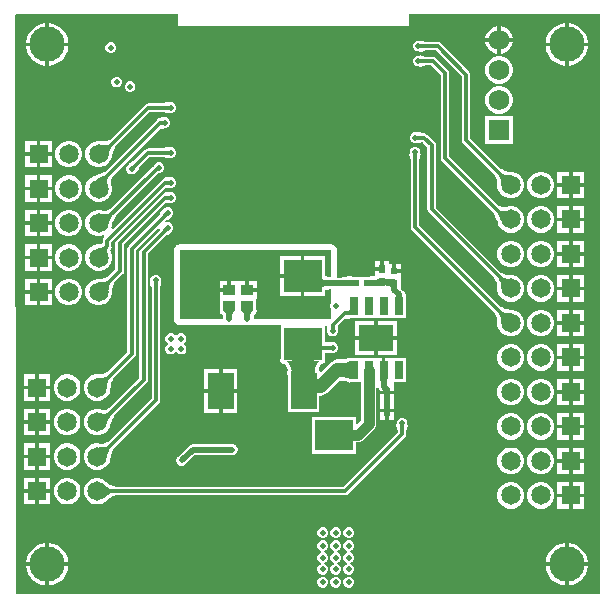
<source format=gbl>
G04*
G04 #@! TF.GenerationSoftware,Altium Limited,Altium Designer,24.6.1 (21)*
G04*
G04 Layer_Physical_Order=4*
G04 Layer_Color=16711680*
%FSLAX42Y42*%
%MOMM*%
G71*
G04*
G04 #@! TF.SameCoordinates,A6C07601-EB4F-4E80-B680-5A307C7D7090*
G04*
G04*
G04 #@! TF.FilePolarity,Positive*
G04*
G01*
G75*
%ADD13C,0.50*%
%ADD21R,3.20X2.65*%
%ADD34R,0.60X0.70*%
%ADD56C,0.30*%
%ADD58C,0.50*%
%ADD59C,0.90*%
%ADD64C,1.65*%
%ADD65R,1.65X1.65*%
%ADD66C,1.73*%
%ADD67R,1.73X1.73*%
%ADD68C,3.00*%
%ADD69R,3.20X2.75*%
%ADD70R,3.00X2.30*%
%ADD71R,0.70X1.52*%
%ADD72R,2.20X3.10*%
%ADD73R,0.62X0.62*%
%ADD74R,0.54X0.94*%
%ADD75R,0.75X0.60*%
%ADD76R,1.02X0.89*%
%ADD77C,1.20*%
%ADD78C,1.80*%
G36*
X4978Y43D02*
X38D01*
X25Y4948D01*
X34Y4957D01*
X1410D01*
Y4856D01*
X3365D01*
Y4957D01*
X4978D01*
Y43D01*
D02*
G37*
%LPC*%
G36*
X4143Y4853D02*
X4142D01*
Y4752D01*
X4244D01*
Y4752D01*
X4236Y4782D01*
X4221Y4808D01*
X4199Y4830D01*
X4172Y4845D01*
X4143Y4853D01*
D02*
G37*
G36*
X4112D02*
X4112D01*
X4083Y4845D01*
X4056Y4830D01*
X4034Y4808D01*
X4019Y4782D01*
X4011Y4752D01*
Y4752D01*
X4112D01*
Y4853D01*
D02*
G37*
G36*
X3460Y4734D02*
X3459Y4734D01*
X3457Y4734D01*
X3453Y4733D01*
X3449Y4732D01*
X3448Y4731D01*
X3433D01*
X3416Y4724D01*
X3404Y4712D01*
X3397Y4695D01*
Y4677D01*
X3404Y4661D01*
X3416Y4648D01*
X3433Y4641D01*
X3446D01*
X3447Y4640D01*
X3451Y4640D01*
X3455Y4638D01*
X3457Y4638D01*
X3459Y4638D01*
X3463Y4639D01*
X3467Y4639D01*
X3469Y4640D01*
X3470Y4640D01*
X3475Y4640D01*
X3477Y4640D01*
X3482Y4641D01*
X3487Y4642D01*
X3488Y4643D01*
X3488Y4643D01*
X3493Y4646D01*
X3497Y4649D01*
X3498Y4649D01*
X3498Y4649D01*
X3499Y4650D01*
X3592D01*
X3812Y4430D01*
Y3888D01*
X3815Y3875D01*
X3823Y3863D01*
X4093Y3593D01*
X4093Y3593D01*
X4092Y3592D01*
X4093Y3587D01*
X4094Y3583D01*
X4094Y3582D01*
X4095Y3581D01*
X4097Y3576D01*
X4100Y3572D01*
X4102Y3569D01*
X4104Y3567D01*
X4106Y3564D01*
X4107Y3559D01*
X4109Y3554D01*
X4110Y3548D01*
X4111Y3540D01*
X4113Y3522D01*
X4113Y3511D01*
X4113Y3508D01*
Y3496D01*
X4121Y3467D01*
X4136Y3441D01*
X4157Y3421D01*
X4182Y3406D01*
X4211Y3398D01*
X4241D01*
X4269Y3406D01*
X4295Y3421D01*
X4316Y3441D01*
X4331Y3467D01*
X4338Y3496D01*
Y3525D01*
X4331Y3554D01*
X4316Y3580D01*
X4295Y3601D01*
X4269Y3615D01*
X4241Y3623D01*
X4228D01*
X4226Y3624D01*
X4205Y3624D01*
X4196Y3625D01*
X4189Y3626D01*
X4182Y3628D01*
X4177Y3629D01*
X4173Y3631D01*
X4170Y3632D01*
X4167Y3634D01*
X4164Y3637D01*
X4160Y3639D01*
X4156Y3642D01*
X4155Y3642D01*
X4154Y3643D01*
X4149Y3643D01*
X4144Y3644D01*
X4143Y3644D01*
X4143Y3644D01*
X3884Y3903D01*
Y4445D01*
X3881Y4459D01*
X3873Y4470D01*
X3632Y4711D01*
X3621Y4719D01*
X3607Y4722D01*
X3499D01*
X3499Y4722D01*
X3499Y4722D01*
X3499Y4722D01*
X3494Y4726D01*
X3489Y4729D01*
X3489Y4729D01*
X3489Y4729D01*
X3483Y4730D01*
X3478Y4731D01*
X3478Y4731D01*
X3477Y4731D01*
X3475Y4731D01*
X3472Y4732D01*
X3470Y4732D01*
X3468Y4733D01*
X3464Y4733D01*
X3460Y4734D01*
D02*
G37*
G36*
X4718Y4880D02*
X4715D01*
Y4715D01*
X4880D01*
Y4718D01*
X4873Y4753D01*
X4860Y4785D01*
X4840Y4815D01*
X4815Y4840D01*
X4785Y4860D01*
X4753Y4873D01*
X4718Y4880D01*
D02*
G37*
G36*
X4685D02*
X4682D01*
X4647Y4873D01*
X4615Y4860D01*
X4585Y4840D01*
X4560Y4815D01*
X4540Y4785D01*
X4527Y4753D01*
X4520Y4718D01*
Y4715D01*
X4685D01*
Y4880D01*
D02*
G37*
G36*
X318D02*
X315D01*
Y4715D01*
X480D01*
Y4718D01*
X473Y4753D01*
X460Y4785D01*
X440Y4815D01*
X415Y4840D01*
X385Y4860D01*
X353Y4873D01*
X318Y4880D01*
D02*
G37*
G36*
X285D02*
X282D01*
X247Y4873D01*
X215Y4860D01*
X185Y4840D01*
X160Y4815D01*
X140Y4785D01*
X127Y4753D01*
X120Y4718D01*
Y4715D01*
X285D01*
Y4880D01*
D02*
G37*
G36*
X847Y4719D02*
X829D01*
X813Y4712D01*
X800Y4699D01*
X793Y4683D01*
Y4665D01*
X800Y4648D01*
X813Y4635D01*
X829Y4629D01*
X847D01*
X864Y4635D01*
X876Y4648D01*
X883Y4665D01*
Y4683D01*
X876Y4699D01*
X864Y4712D01*
X847Y4719D01*
D02*
G37*
G36*
X4244Y4722D02*
X4142D01*
Y4621D01*
X4143D01*
X4172Y4629D01*
X4199Y4644D01*
X4221Y4666D01*
X4236Y4692D01*
X4244Y4722D01*
Y4722D01*
D02*
G37*
G36*
X4112D02*
X4011D01*
Y4722D01*
X4019Y4692D01*
X4034Y4666D01*
X4056Y4644D01*
X4083Y4629D01*
X4112Y4621D01*
X4112D01*
Y4722D01*
D02*
G37*
G36*
X3460Y4607D02*
X3458Y4607D01*
X3456Y4607D01*
X3452Y4606D01*
X3448Y4605D01*
X3447Y4604D01*
X3433D01*
X3416Y4597D01*
X3404Y4585D01*
X3397Y4568D01*
Y4550D01*
X3404Y4534D01*
X3416Y4521D01*
X3433Y4514D01*
X3447D01*
X3448Y4514D01*
X3452Y4513D01*
X3456Y4511D01*
X3458Y4512D01*
X3460Y4511D01*
X3464Y4512D01*
X3468Y4512D01*
X3469Y4513D01*
X3470Y4513D01*
X3475Y4514D01*
X3477Y4514D01*
X3483Y4515D01*
X3488Y4516D01*
X3489Y4516D01*
X3489Y4516D01*
X3493Y4519D01*
X3498Y4523D01*
X3498Y4523D01*
X3499Y4523D01*
X3499Y4524D01*
X3554D01*
X3635Y4443D01*
Y3737D01*
X3637Y3724D01*
X3645Y3712D01*
X4081Y3276D01*
X4082Y3271D01*
X4082Y3266D01*
X4082Y3266D01*
X4082Y3265D01*
X4085Y3260D01*
X4088Y3255D01*
X4090Y3253D01*
X4092Y3251D01*
X4094Y3247D01*
X4096Y3243D01*
X4114Y3196D01*
X4118Y3184D01*
X4118Y3184D01*
X4118Y3184D01*
X4119Y3182D01*
X4121Y3175D01*
X4136Y3149D01*
X4157Y3128D01*
X4182Y3114D01*
X4211Y3106D01*
X4241D01*
X4269Y3114D01*
X4295Y3128D01*
X4316Y3149D01*
X4331Y3175D01*
X4338Y3204D01*
Y3233D01*
X4331Y3262D01*
X4316Y3288D01*
X4295Y3308D01*
X4269Y3323D01*
X4241Y3331D01*
X4211D01*
X4193Y3326D01*
X4190Y3326D01*
X4182Y3323D01*
X4175Y3321D01*
X4168Y3320D01*
X4163Y3320D01*
X4159Y3320D01*
X4155Y3321D01*
X4153Y3322D01*
X4151Y3323D01*
X4149Y3324D01*
X4145Y3327D01*
X4142Y3329D01*
X4139Y3331D01*
X4137Y3332D01*
X4135Y3333D01*
X4131Y3333D01*
X4127Y3334D01*
X4125Y3334D01*
X4124Y3334D01*
X3706Y3752D01*
Y4458D01*
X3703Y4471D01*
X3696Y4483D01*
X3594Y4585D01*
X3582Y4592D01*
X3569Y4595D01*
X3499D01*
X3499Y4596D01*
X3498Y4596D01*
X3498Y4596D01*
X3493Y4599D01*
X3489Y4602D01*
X3489Y4602D01*
X3488Y4603D01*
X3483Y4604D01*
X3477Y4605D01*
X3475Y4605D01*
X3471Y4605D01*
X3471Y4605D01*
X3469Y4605D01*
X3468Y4606D01*
X3464Y4607D01*
X3460Y4607D01*
D02*
G37*
G36*
X4880Y4685D02*
X4715D01*
Y4520D01*
X4718D01*
X4753Y4527D01*
X4785Y4540D01*
X4815Y4560D01*
X4840Y4585D01*
X4860Y4615D01*
X4873Y4647D01*
X4880Y4682D01*
Y4685D01*
D02*
G37*
G36*
X4685D02*
X4520D01*
Y4682D01*
X4527Y4647D01*
X4540Y4615D01*
X4560Y4585D01*
X4585Y4560D01*
X4615Y4540D01*
X4647Y4527D01*
X4682Y4520D01*
X4685D01*
Y4685D01*
D02*
G37*
G36*
X480D02*
X315D01*
Y4520D01*
X318D01*
X353Y4527D01*
X385Y4540D01*
X415Y4560D01*
X440Y4585D01*
X460Y4615D01*
X473Y4647D01*
X480Y4682D01*
Y4685D01*
D02*
G37*
G36*
X285D02*
X120D01*
Y4682D01*
X127Y4647D01*
X140Y4615D01*
X160Y4585D01*
X185Y4560D01*
X215Y4540D01*
X247Y4527D01*
X282Y4520D01*
X285D01*
Y4685D01*
D02*
G37*
G36*
X4143Y4599D02*
X4112D01*
X4083Y4591D01*
X4056Y4576D01*
X4034Y4554D01*
X4019Y4528D01*
X4011Y4498D01*
Y4468D01*
X4019Y4438D01*
X4034Y4412D01*
X4056Y4390D01*
X4083Y4375D01*
X4112Y4367D01*
X4143D01*
X4172Y4375D01*
X4199Y4390D01*
X4221Y4412D01*
X4236Y4438D01*
X4244Y4468D01*
Y4498D01*
X4236Y4528D01*
X4221Y4554D01*
X4199Y4576D01*
X4172Y4591D01*
X4143Y4599D01*
D02*
G37*
G36*
X898Y4426D02*
X880D01*
X864Y4420D01*
X851Y4407D01*
X844Y4390D01*
Y4373D01*
X851Y4356D01*
X864Y4343D01*
X880Y4337D01*
X898D01*
X914Y4343D01*
X927Y4356D01*
X934Y4373D01*
Y4390D01*
X927Y4407D01*
X914Y4420D01*
X898Y4426D01*
D02*
G37*
G36*
X1012Y4388D02*
X994D01*
X978Y4382D01*
X965Y4369D01*
X958Y4352D01*
Y4334D01*
X965Y4318D01*
X978Y4305D01*
X994Y4298D01*
X1012D01*
X1029Y4305D01*
X1041Y4318D01*
X1048Y4334D01*
Y4352D01*
X1041Y4369D01*
X1029Y4382D01*
X1012Y4388D01*
D02*
G37*
G36*
X1328Y4214D02*
X1324Y4213D01*
X1320Y4213D01*
X1319Y4212D01*
X1317Y4212D01*
X1313Y4211D01*
X1311Y4211D01*
X1305Y4210D01*
X1299Y4209D01*
X1299Y4209D01*
X1299Y4209D01*
X1294Y4205D01*
X1290Y4202D01*
X1289Y4202D01*
X1289Y4202D01*
X1289Y4201D01*
X1156D01*
X1142Y4199D01*
X1130Y4191D01*
X833Y3893D01*
X831Y3893D01*
X827Y3893D01*
X825Y3892D01*
X822Y3892D01*
X819Y3890D01*
X816Y3889D01*
X814Y3887D01*
X812Y3886D01*
X809Y3883D01*
X807Y3882D01*
X804Y3881D01*
X801Y3880D01*
X797Y3879D01*
X792Y3879D01*
X786Y3879D01*
X779Y3879D01*
X771Y3880D01*
X762Y3882D01*
X760Y3882D01*
X751Y3884D01*
X722D01*
X693Y3877D01*
X668Y3862D01*
X647Y3841D01*
X632Y3815D01*
X624Y3787D01*
Y3757D01*
X632Y3728D01*
X647Y3703D01*
X668Y3682D01*
X693Y3667D01*
X722Y3659D01*
X751D01*
X780Y3667D01*
X806Y3682D01*
X827Y3703D01*
X841Y3728D01*
X846Y3745D01*
X847Y3748D01*
X847Y3748D01*
X847Y3748D01*
Y3748D01*
X850Y3760D01*
X855Y3781D01*
X861Y3797D01*
X863Y3803D01*
X866Y3808D01*
X868Y3812D01*
X869Y3814D01*
X871Y3817D01*
X872Y3818D01*
X873Y3819D01*
X875Y3823D01*
X877Y3827D01*
X878Y3829D01*
X878Y3830D01*
X878Y3835D01*
X879Y3838D01*
X1170Y4130D01*
X1289D01*
X1289Y4129D01*
X1289Y4129D01*
X1290Y4129D01*
X1294Y4126D01*
X1299Y4122D01*
X1299Y4122D01*
X1299Y4122D01*
X1305Y4121D01*
X1311Y4120D01*
X1313Y4120D01*
X1317Y4120D01*
X1317Y4120D01*
X1319Y4119D01*
X1320Y4119D01*
X1324Y4118D01*
X1328Y4118D01*
X1330Y4118D01*
X1332Y4118D01*
X1336Y4119D01*
X1340Y4120D01*
X1341Y4121D01*
X1355D01*
X1372Y4127D01*
X1384Y4140D01*
X1391Y4157D01*
Y4175D01*
X1384Y4191D01*
X1372Y4204D01*
X1355Y4211D01*
X1341D01*
X1340Y4211D01*
X1336Y4212D01*
X1332Y4213D01*
X1330Y4213D01*
X1328Y4214D01*
D02*
G37*
G36*
X4143Y4345D02*
X4112D01*
X4083Y4337D01*
X4056Y4322D01*
X4034Y4300D01*
X4019Y4274D01*
X4011Y4244D01*
Y4214D01*
X4019Y4184D01*
X4034Y4158D01*
X4056Y4136D01*
X4083Y4121D01*
X4112Y4113D01*
X4143D01*
X4172Y4121D01*
X4199Y4136D01*
X4221Y4158D01*
X4236Y4184D01*
X4244Y4214D01*
Y4244D01*
X4236Y4274D01*
X4221Y4300D01*
X4199Y4322D01*
X4172Y4337D01*
X4143Y4345D01*
D02*
G37*
G36*
X1275Y4084D02*
X1273Y4084D01*
X1271Y4084D01*
X1267Y4082D01*
X1263Y4082D01*
X1262Y4081D01*
X1260Y4081D01*
X1258Y4081D01*
X1255Y4080D01*
X1253Y4080D01*
X1250Y4079D01*
X1246Y4078D01*
X1244Y4077D01*
X1242Y4076D01*
X1239Y4073D01*
X1236Y4072D01*
X1235Y4069D01*
X1233Y4068D01*
X1232Y4064D01*
X1230Y4062D01*
X1229Y4060D01*
X795Y3625D01*
X790Y3624D01*
X784Y3623D01*
X784Y3623D01*
X784Y3623D01*
X779Y3620D01*
X773Y3617D01*
X771Y3616D01*
X769Y3614D01*
X765Y3612D01*
X761Y3610D01*
X714Y3591D01*
X702Y3587D01*
X702Y3587D01*
X702Y3587D01*
X700Y3587D01*
X693Y3585D01*
X668Y3570D01*
X647Y3549D01*
X632Y3523D01*
X624Y3495D01*
Y3465D01*
X632Y3436D01*
X647Y3411D01*
X668Y3390D01*
X693Y3375D01*
X722Y3367D01*
X751D01*
X780Y3375D01*
X806Y3390D01*
X827Y3411D01*
X841Y3436D01*
X849Y3465D01*
Y3495D01*
X844Y3513D01*
X844Y3515D01*
X841Y3524D01*
X840Y3531D01*
X839Y3537D01*
X838Y3543D01*
X838Y3547D01*
X839Y3550D01*
X840Y3553D01*
X841Y3555D01*
X842Y3557D01*
X845Y3560D01*
X847Y3564D01*
X849Y3567D01*
X850Y3569D01*
X851Y3571D01*
X851Y3574D01*
X852Y3578D01*
X852Y3580D01*
X852Y3581D01*
X1261Y3990D01*
X1263Y3990D01*
X1272Y3989D01*
X1272Y3989D01*
X1272Y3989D01*
X1275Y3989D01*
X1277Y3988D01*
X1281Y3989D01*
X1282Y3989D01*
X1283Y3989D01*
X1283Y3989D01*
X1284Y3988D01*
X1287Y3989D01*
X1289Y3990D01*
X1292Y3991D01*
X1296Y3992D01*
X1297Y3994D01*
X1304D01*
X1321Y4000D01*
X1334Y4013D01*
X1340Y4030D01*
Y4048D01*
X1334Y4064D01*
X1321Y4077D01*
X1304Y4084D01*
X1286D01*
X1284Y4083D01*
X1283Y4083D01*
X1279Y4083D01*
X1275Y4084D01*
D02*
G37*
G36*
X3434Y3960D02*
X3432Y3959D01*
X3430Y3959D01*
X3426Y3958D01*
X3422Y3957D01*
X3421Y3957D01*
X3407D01*
X3391Y3950D01*
X3378Y3937D01*
X3371Y3921D01*
Y3903D01*
X3378Y3886D01*
X3391Y3873D01*
X3407Y3867D01*
X3421D01*
X3422Y3866D01*
X3426Y3865D01*
X3430Y3864D01*
X3432Y3864D01*
X3434Y3864D01*
X3438Y3864D01*
X3442Y3865D01*
X3444Y3865D01*
X3445Y3866D01*
X3450Y3866D01*
X3452Y3866D01*
X3457Y3867D01*
X3463Y3868D01*
X3463Y3868D01*
X3463Y3868D01*
X3468Y3872D01*
X3473Y3875D01*
X3480Y3872D01*
X3484Y3869D01*
X3520Y3833D01*
Y3304D01*
X3523Y3290D01*
X3531Y3279D01*
X4093Y2717D01*
X4093Y2717D01*
X4092Y2716D01*
X4093Y2711D01*
X4094Y2706D01*
X4094Y2705D01*
X4095Y2704D01*
X4097Y2700D01*
X4100Y2696D01*
X4102Y2693D01*
X4104Y2691D01*
X4106Y2687D01*
X4107Y2683D01*
X4109Y2678D01*
X4110Y2671D01*
X4111Y2664D01*
X4113Y2645D01*
X4113Y2635D01*
X4113Y2632D01*
Y2619D01*
X4121Y2591D01*
X4136Y2565D01*
X4157Y2544D01*
X4182Y2529D01*
X4211Y2522D01*
X4241D01*
X4269Y2529D01*
X4295Y2544D01*
X4316Y2565D01*
X4331Y2591D01*
X4338Y2619D01*
Y2649D01*
X4331Y2678D01*
X4316Y2703D01*
X4295Y2724D01*
X4269Y2739D01*
X4241Y2747D01*
X4228D01*
X4226Y2747D01*
X4205Y2748D01*
X4196Y2749D01*
X4189Y2750D01*
X4182Y2751D01*
X4177Y2753D01*
X4173Y2754D01*
X4170Y2756D01*
X4167Y2758D01*
X4164Y2760D01*
X4160Y2763D01*
X4156Y2765D01*
X4155Y2766D01*
X4154Y2766D01*
X4149Y2767D01*
X4144Y2768D01*
X4143Y2768D01*
X4143Y2768D01*
X3592Y3319D01*
Y3848D01*
X3589Y3862D01*
X3581Y3873D01*
X3518Y3937D01*
X3506Y3945D01*
X3492Y3947D01*
X3474D01*
X3473Y3948D01*
X3473Y3948D01*
X3473Y3948D01*
X3468Y3951D01*
X3463Y3955D01*
X3463Y3955D01*
X3463Y3955D01*
X3457Y3956D01*
X3452Y3957D01*
X3449Y3957D01*
X3446Y3957D01*
X3446Y3957D01*
X3444Y3958D01*
X3442Y3959D01*
X3438Y3959D01*
X3434Y3960D01*
D02*
G37*
G36*
X4244Y4091D02*
X4011D01*
Y3859D01*
X4244D01*
Y4091D01*
D02*
G37*
G36*
X341Y3884D02*
X244D01*
Y3787D01*
X341D01*
Y3884D01*
D02*
G37*
G36*
X214D02*
X116D01*
Y3787D01*
X214D01*
Y3884D01*
D02*
G37*
G36*
X1328Y3833D02*
X1324Y3832D01*
X1320Y3832D01*
X1319Y3831D01*
X1317Y3831D01*
X1313Y3830D01*
X1311Y3830D01*
X1305Y3829D01*
X1299Y3828D01*
X1299Y3828D01*
X1299Y3828D01*
X1294Y3824D01*
X1290Y3821D01*
X1289Y3821D01*
X1289Y3821D01*
X1289Y3820D01*
X1156D01*
X1142Y3818D01*
X1130Y3810D01*
X1031Y3711D01*
X1030Y3711D01*
X1030Y3711D01*
X1030Y3711D01*
X1024Y3710D01*
X1019Y3709D01*
X1019Y3709D01*
X1018Y3709D01*
X1014Y3705D01*
X1009Y3702D01*
X1007Y3700D01*
X1005Y3698D01*
X1005Y3698D01*
X1003Y3697D01*
X1001Y3696D01*
X998Y3694D01*
X995Y3692D01*
X994Y3690D01*
X992Y3689D01*
X990Y3685D01*
X988Y3682D01*
X988Y3680D01*
X978Y3670D01*
X971Y3654D01*
Y3636D01*
X978Y3619D01*
X991Y3607D01*
X1007Y3600D01*
X1025D01*
X1041Y3607D01*
X1051Y3617D01*
X1053Y3617D01*
X1056Y3619D01*
X1060Y3621D01*
X1061Y3622D01*
X1063Y3624D01*
X1065Y3627D01*
X1068Y3630D01*
X1068Y3632D01*
X1069Y3633D01*
X1072Y3636D01*
X1073Y3638D01*
X1076Y3642D01*
X1080Y3647D01*
X1080Y3647D01*
X1080Y3648D01*
X1081Y3653D01*
X1082Y3659D01*
X1082Y3659D01*
X1082Y3659D01*
X1082Y3660D01*
X1170Y3749D01*
X1289D01*
X1289Y3748D01*
X1289Y3748D01*
X1290Y3748D01*
X1294Y3745D01*
X1299Y3741D01*
X1299Y3741D01*
X1299Y3741D01*
X1305Y3740D01*
X1311Y3739D01*
X1313Y3739D01*
X1317Y3739D01*
X1317Y3739D01*
X1319Y3738D01*
X1320Y3738D01*
X1324Y3737D01*
X1328Y3737D01*
X1330Y3737D01*
X1332Y3737D01*
X1336Y3738D01*
X1340Y3739D01*
X1341Y3740D01*
X1355D01*
X1372Y3746D01*
X1384Y3759D01*
X1391Y3776D01*
Y3794D01*
X1384Y3810D01*
X1372Y3823D01*
X1355Y3830D01*
X1341D01*
X1340Y3830D01*
X1336Y3831D01*
X1332Y3832D01*
X1330Y3832D01*
X1328Y3833D01*
D02*
G37*
G36*
X497Y3884D02*
X468D01*
X439Y3877D01*
X414Y3862D01*
X393Y3841D01*
X378Y3815D01*
X370Y3787D01*
Y3757D01*
X378Y3728D01*
X393Y3703D01*
X414Y3682D01*
X439Y3667D01*
X468Y3659D01*
X497D01*
X526Y3667D01*
X552Y3682D01*
X573Y3703D01*
X587Y3728D01*
X595Y3757D01*
Y3787D01*
X587Y3815D01*
X573Y3841D01*
X552Y3862D01*
X526Y3877D01*
X497Y3884D01*
D02*
G37*
G36*
X341Y3757D02*
X244D01*
Y3659D01*
X341D01*
Y3757D01*
D02*
G37*
G36*
X214D02*
X116D01*
Y3659D01*
X214D01*
Y3757D01*
D02*
G37*
G36*
X4846Y3623D02*
X4749D01*
Y3526D01*
X4846D01*
Y3623D01*
D02*
G37*
G36*
X4719D02*
X4621D01*
Y3526D01*
X4719D01*
Y3623D01*
D02*
G37*
G36*
X341Y3592D02*
X244D01*
Y3495D01*
X341D01*
Y3592D01*
D02*
G37*
G36*
X214D02*
X116D01*
Y3495D01*
X214D01*
Y3592D01*
D02*
G37*
G36*
X1254Y3703D02*
X1236D01*
X1219Y3696D01*
X1206Y3683D01*
X1201Y3670D01*
X1201Y3670D01*
X1196Y3666D01*
X836Y3306D01*
X834Y3306D01*
X831Y3306D01*
X828Y3305D01*
X825Y3305D01*
X822Y3304D01*
X820Y3303D01*
X817Y3301D01*
X815Y3299D01*
X811Y3296D01*
X809Y3295D01*
X807Y3294D01*
X804Y3293D01*
X800Y3292D01*
X796Y3292D01*
X790Y3292D01*
X783Y3293D01*
X776Y3294D01*
X767Y3297D01*
X764Y3297D01*
X751Y3300D01*
X722D01*
X693Y3293D01*
X668Y3278D01*
X647Y3257D01*
X632Y3231D01*
X624Y3203D01*
Y3173D01*
X632Y3144D01*
X647Y3119D01*
X668Y3098D01*
X693Y3083D01*
X722Y3075D01*
X751D01*
X779Y3083D01*
X780Y3082D01*
X784Y3069D01*
X780Y3066D01*
X772Y3054D01*
X769Y3040D01*
Y3019D01*
X766Y3016D01*
X763Y3014D01*
X760Y3012D01*
X757Y3011D01*
X754Y3010D01*
X752Y3009D01*
X749Y3009D01*
X746Y3009D01*
X741Y3009D01*
X739Y3008D01*
X722D01*
X693Y3000D01*
X668Y2986D01*
X647Y2965D01*
X632Y2939D01*
X624Y2910D01*
Y2881D01*
X632Y2852D01*
X647Y2827D01*
X668Y2806D01*
X693Y2791D01*
X722Y2783D01*
X751D01*
X780Y2791D01*
X806Y2806D01*
X827Y2827D01*
X841Y2852D01*
X849Y2881D01*
Y2910D01*
X841Y2939D01*
X837Y2946D01*
X837Y2948D01*
X835Y2951D01*
X835Y2953D01*
X835Y2954D01*
X835Y2954D01*
X835Y2954D01*
X835Y2955D01*
X836Y2956D01*
X838Y2959D01*
X841Y2963D01*
X844Y2968D01*
X844Y2968D01*
X845Y2969D01*
X845Y2974D01*
X846Y2979D01*
X846Y2980D01*
X846Y2981D01*
X845Y2986D01*
X844Y2991D01*
X844Y2992D01*
X843Y2992D01*
X841Y2996D01*
Y3026D01*
X1302Y3487D01*
X1305Y3486D01*
X1311Y3485D01*
X1313Y3485D01*
X1317Y3485D01*
X1317Y3485D01*
X1319Y3484D01*
X1320Y3484D01*
X1324Y3483D01*
X1328Y3483D01*
X1330Y3483D01*
X1332Y3483D01*
X1336Y3484D01*
X1340Y3485D01*
X1341Y3486D01*
X1355D01*
X1372Y3492D01*
X1384Y3505D01*
X1391Y3522D01*
Y3540D01*
X1384Y3556D01*
X1372Y3569D01*
X1355Y3576D01*
X1341D01*
X1340Y3576D01*
X1336Y3577D01*
X1332Y3578D01*
X1330Y3578D01*
X1328Y3579D01*
X1324Y3578D01*
X1320Y3578D01*
X1319Y3577D01*
X1317Y3577D01*
X1313Y3576D01*
X1311Y3576D01*
X1305Y3575D01*
X1299Y3574D01*
X1299Y3574D01*
X1299Y3574D01*
X1294Y3570D01*
X1290Y3567D01*
X1289Y3567D01*
X1289Y3567D01*
X1288Y3565D01*
X1282Y3564D01*
X1270Y3556D01*
X855Y3141D01*
X843Y3144D01*
X845Y3156D01*
X846Y3158D01*
X853Y3182D01*
X859Y3201D01*
X865Y3215D01*
X867Y3220D01*
X869Y3224D01*
X871Y3226D01*
X873Y3229D01*
X873Y3229D01*
X874Y3230D01*
X876Y3235D01*
X879Y3239D01*
X879Y3240D01*
X879Y3241D01*
X880Y3246D01*
X880Y3250D01*
X1243Y3612D01*
X1243Y3613D01*
X1254D01*
X1270Y3619D01*
X1283Y3632D01*
X1290Y3649D01*
Y3667D01*
X1283Y3683D01*
X1270Y3696D01*
X1254Y3703D01*
D02*
G37*
G36*
X4846Y3496D02*
X4749D01*
Y3398D01*
X4846D01*
Y3496D01*
D02*
G37*
G36*
X4719D02*
X4621D01*
Y3398D01*
X4719D01*
Y3496D01*
D02*
G37*
G36*
X4495Y3623D02*
X4465D01*
X4436Y3615D01*
X4411Y3601D01*
X4390Y3580D01*
X4375Y3554D01*
X4367Y3525D01*
Y3496D01*
X4375Y3467D01*
X4390Y3441D01*
X4411Y3421D01*
X4436Y3406D01*
X4465Y3398D01*
X4495D01*
X4523Y3406D01*
X4549Y3421D01*
X4570Y3441D01*
X4585Y3467D01*
X4592Y3496D01*
Y3525D01*
X4585Y3554D01*
X4570Y3580D01*
X4549Y3601D01*
X4523Y3615D01*
X4495Y3623D01*
D02*
G37*
G36*
X497Y3592D02*
X468D01*
X439Y3585D01*
X414Y3570D01*
X393Y3549D01*
X378Y3523D01*
X370Y3495D01*
Y3465D01*
X378Y3436D01*
X393Y3411D01*
X414Y3390D01*
X439Y3375D01*
X468Y3367D01*
X497D01*
X526Y3375D01*
X552Y3390D01*
X573Y3411D01*
X587Y3436D01*
X595Y3465D01*
Y3495D01*
X587Y3523D01*
X573Y3549D01*
X552Y3570D01*
X526Y3585D01*
X497Y3592D01*
D02*
G37*
G36*
X341Y3465D02*
X244D01*
Y3367D01*
X341D01*
Y3465D01*
D02*
G37*
G36*
X214D02*
X116D01*
Y3367D01*
X214D01*
Y3465D01*
D02*
G37*
G36*
X1328Y3452D02*
X1324Y3451D01*
X1320Y3451D01*
X1319Y3450D01*
X1317Y3450D01*
X1313Y3449D01*
X1311Y3449D01*
X1305Y3448D01*
X1299Y3447D01*
X1299Y3447D01*
X1299Y3447D01*
X1294Y3443D01*
X1290Y3440D01*
X1289Y3440D01*
X1289Y3440D01*
X1288Y3438D01*
X1282Y3437D01*
X1270Y3429D01*
X889Y3048D01*
X881Y3036D01*
X879Y3023D01*
Y2796D01*
X819Y2737D01*
X819Y2737D01*
X818Y2737D01*
X814Y2736D01*
X809Y2735D01*
X808Y2735D01*
X807Y2735D01*
X803Y2732D01*
X798Y2730D01*
X795Y2727D01*
X793Y2725D01*
X790Y2724D01*
X785Y2722D01*
X780Y2720D01*
X774Y2719D01*
X766Y2718D01*
X748Y2717D01*
X737Y2717D01*
X734Y2716D01*
X722D01*
X693Y2708D01*
X668Y2694D01*
X647Y2673D01*
X632Y2647D01*
X624Y2618D01*
Y2589D01*
X632Y2560D01*
X647Y2534D01*
X668Y2513D01*
X693Y2499D01*
X722Y2491D01*
X751D01*
X780Y2499D01*
X806Y2513D01*
X827Y2534D01*
X841Y2560D01*
X849Y2589D01*
Y2601D01*
X850Y2603D01*
X850Y2625D01*
X851Y2633D01*
X852Y2640D01*
X854Y2647D01*
X855Y2652D01*
X857Y2657D01*
X858Y2660D01*
X860Y2662D01*
X863Y2665D01*
X865Y2669D01*
X868Y2674D01*
X868Y2675D01*
X869Y2676D01*
X869Y2680D01*
X870Y2685D01*
X870Y2686D01*
X870Y2686D01*
X940Y2756D01*
X947Y2768D01*
X950Y2781D01*
Y3008D01*
X1302Y3360D01*
X1305Y3359D01*
X1311Y3358D01*
X1313Y3358D01*
X1317Y3358D01*
X1317Y3358D01*
X1319Y3357D01*
X1320Y3357D01*
X1324Y3356D01*
X1328Y3356D01*
X1330Y3356D01*
X1332Y3356D01*
X1336Y3357D01*
X1340Y3358D01*
X1341Y3359D01*
X1355D01*
X1372Y3365D01*
X1384Y3378D01*
X1391Y3395D01*
Y3413D01*
X1384Y3429D01*
X1372Y3442D01*
X1355Y3449D01*
X1341D01*
X1340Y3449D01*
X1336Y3450D01*
X1332Y3451D01*
X1330Y3451D01*
X1328Y3452D01*
D02*
G37*
G36*
X4846Y3331D02*
X4749D01*
Y3233D01*
X4846D01*
Y3331D01*
D02*
G37*
G36*
X4719D02*
X4621D01*
Y3233D01*
X4719D01*
Y3331D01*
D02*
G37*
G36*
X1330Y3322D02*
X1312D01*
X1295Y3315D01*
X1285Y3305D01*
X1284Y3305D01*
X1281Y3302D01*
X1277Y3301D01*
X1276Y3299D01*
X1274Y3298D01*
X1272Y3295D01*
X1269Y3292D01*
X1269Y3290D01*
X1268Y3289D01*
X1265Y3285D01*
X1264Y3284D01*
X1260Y3279D01*
X1257Y3274D01*
X1257Y3274D01*
X1257Y3274D01*
X1256Y3268D01*
X1255Y3262D01*
X1255Y3262D01*
X1255Y3262D01*
X1255Y3261D01*
X991Y2997D01*
X983Y2985D01*
X980Y2972D01*
Y2098D01*
X809Y1926D01*
X809Y1927D01*
X804Y1926D01*
X798Y1925D01*
X798Y1925D01*
X797Y1925D01*
X793Y1922D01*
X788Y1919D01*
X785Y1916D01*
X783Y1915D01*
X779Y1913D01*
X775Y1912D01*
X770Y1910D01*
X764Y1909D01*
X757Y1908D01*
X739Y1907D01*
X728Y1908D01*
X725Y1907D01*
X709D01*
X680Y1899D01*
X655Y1885D01*
X634Y1864D01*
X619Y1838D01*
X611Y1809D01*
Y1780D01*
X619Y1751D01*
X634Y1726D01*
X655Y1705D01*
X680Y1690D01*
X709Y1682D01*
X739D01*
X767Y1690D01*
X793Y1705D01*
X814Y1726D01*
X829Y1751D01*
X836Y1780D01*
Y1789D01*
X837Y1791D01*
X837Y1802D01*
X839Y1821D01*
X841Y1829D01*
X842Y1835D01*
X844Y1841D01*
X846Y1845D01*
X847Y1849D01*
X849Y1851D01*
X852Y1854D01*
X854Y1858D01*
X856Y1861D01*
X857Y1863D01*
X857Y1864D01*
X858Y1869D01*
X859Y1873D01*
X859Y1875D01*
X859Y1875D01*
X1041Y2058D01*
X1049Y2069D01*
X1052Y2083D01*
Y2957D01*
X1240Y3146D01*
X1253Y3141D01*
X1253Y3133D01*
X1092Y2972D01*
X1085Y2960D01*
X1082Y2946D01*
Y1876D01*
X825Y1619D01*
X823Y1619D01*
X821Y1619D01*
X818Y1618D01*
X814Y1618D01*
X812Y1617D01*
X810Y1616D01*
X807Y1614D01*
X804Y1612D01*
X800Y1609D01*
X798Y1608D01*
X796Y1607D01*
X793Y1606D01*
X790Y1605D01*
X785Y1605D01*
X780Y1605D01*
X774Y1606D01*
X767Y1608D01*
X758Y1610D01*
X755Y1611D01*
X739Y1615D01*
X709D01*
X680Y1607D01*
X655Y1593D01*
X634Y1572D01*
X619Y1546D01*
X611Y1517D01*
Y1488D01*
X619Y1459D01*
X634Y1433D01*
X655Y1412D01*
X680Y1398D01*
X709Y1390D01*
X739D01*
X767Y1398D01*
X793Y1412D01*
X814Y1433D01*
X829Y1459D01*
X831Y1468D01*
X832Y1469D01*
X840Y1494D01*
X847Y1513D01*
X853Y1527D01*
X855Y1532D01*
X858Y1536D01*
X859Y1538D01*
X861Y1541D01*
X861Y1541D01*
X861Y1541D01*
X864Y1546D01*
X867Y1551D01*
X867Y1551D01*
X867Y1551D01*
X868Y1557D01*
X868Y1562D01*
X1143Y1836D01*
X1151Y1848D01*
X1153Y1861D01*
Y2932D01*
X1306Y3084D01*
X1306Y3084D01*
X1307Y3084D01*
X1307Y3084D01*
X1312Y3085D01*
X1318Y3086D01*
X1318Y3086D01*
X1318Y3086D01*
X1323Y3089D01*
X1328Y3092D01*
X1330Y3094D01*
X1332Y3096D01*
X1332Y3096D01*
X1334Y3097D01*
X1336Y3098D01*
X1339Y3101D01*
X1342Y3103D01*
X1343Y3105D01*
X1345Y3106D01*
X1347Y3110D01*
X1349Y3113D01*
X1349Y3114D01*
X1359Y3124D01*
X1366Y3141D01*
Y3159D01*
X1359Y3175D01*
X1346Y3188D01*
X1330Y3195D01*
X1312D01*
X1304Y3191D01*
X1297Y3202D01*
X1306Y3211D01*
X1306Y3211D01*
X1307Y3211D01*
X1307Y3211D01*
X1312Y3212D01*
X1318Y3213D01*
X1318Y3213D01*
X1318Y3213D01*
X1323Y3216D01*
X1328Y3219D01*
X1330Y3221D01*
X1332Y3223D01*
X1332Y3223D01*
X1334Y3224D01*
X1336Y3225D01*
X1339Y3228D01*
X1342Y3230D01*
X1343Y3232D01*
X1345Y3233D01*
X1347Y3237D01*
X1349Y3240D01*
X1349Y3241D01*
X1359Y3251D01*
X1366Y3268D01*
Y3286D01*
X1359Y3302D01*
X1346Y3315D01*
X1330Y3322D01*
D02*
G37*
G36*
X341Y3300D02*
X244D01*
Y3203D01*
X341D01*
Y3300D01*
D02*
G37*
G36*
X214D02*
X116D01*
Y3203D01*
X214D01*
Y3300D01*
D02*
G37*
G36*
X4846Y3203D02*
X4749D01*
Y3106D01*
X4846D01*
Y3203D01*
D02*
G37*
G36*
X4719D02*
X4621D01*
Y3106D01*
X4719D01*
Y3203D01*
D02*
G37*
G36*
X4495Y3331D02*
X4465D01*
X4436Y3323D01*
X4411Y3308D01*
X4390Y3288D01*
X4375Y3262D01*
X4367Y3233D01*
Y3204D01*
X4375Y3175D01*
X4390Y3149D01*
X4411Y3128D01*
X4436Y3114D01*
X4465Y3106D01*
X4495D01*
X4523Y3114D01*
X4549Y3128D01*
X4570Y3149D01*
X4585Y3175D01*
X4592Y3204D01*
Y3233D01*
X4585Y3262D01*
X4570Y3288D01*
X4549Y3308D01*
X4523Y3323D01*
X4495Y3331D01*
D02*
G37*
G36*
X497Y3300D02*
X468D01*
X439Y3293D01*
X414Y3278D01*
X393Y3257D01*
X378Y3231D01*
X370Y3203D01*
Y3173D01*
X378Y3144D01*
X393Y3119D01*
X414Y3098D01*
X439Y3083D01*
X468Y3075D01*
X497D01*
X526Y3083D01*
X552Y3098D01*
X573Y3119D01*
X587Y3144D01*
X595Y3173D01*
Y3203D01*
X587Y3231D01*
X573Y3257D01*
X552Y3278D01*
X526Y3293D01*
X497Y3300D01*
D02*
G37*
G36*
X341Y3173D02*
X244D01*
Y3075D01*
X341D01*
Y3173D01*
D02*
G37*
G36*
X214D02*
X116D01*
Y3075D01*
X214D01*
Y3173D01*
D02*
G37*
G36*
X2700Y3010D02*
X1427D01*
X1422Y3009D01*
X1417Y3009D01*
X1413Y3008D01*
X1413Y3008D01*
X1413D01*
X1409Y3006D01*
X1408Y3006D01*
X1407Y3006D01*
X1395Y3001D01*
X1395Y3001D01*
X1395Y3001D01*
X1388Y2994D01*
X1381Y2987D01*
X1381Y2987D01*
X1381Y2987D01*
X1376Y2974D01*
X1375Y2974D01*
X1375Y2973D01*
X1373Y2968D01*
Y2968D01*
X1373Y2968D01*
X1372Y2964D01*
X1372Y2959D01*
X1371Y2954D01*
Y2380D01*
X1372Y2375D01*
X1372Y2370D01*
X1373Y2366D01*
X1373Y2366D01*
Y2366D01*
X1375Y2361D01*
X1375Y2360D01*
X1376Y2360D01*
X1381Y2347D01*
X1381Y2347D01*
X1381Y2347D01*
X1388Y2340D01*
X1395Y2333D01*
X1395Y2333D01*
X1395Y2333D01*
X1407Y2328D01*
X1408Y2328D01*
X1409Y2328D01*
X1413Y2326D01*
X1413D01*
X1413Y2326D01*
X1417Y2325D01*
X1422Y2325D01*
X1427Y2324D01*
X1777D01*
X1779Y2324D01*
X1779Y2324D01*
X1791Y2324D01*
X1791Y2324D01*
X1808D01*
X2045D01*
X2045Y2324D01*
Y2324D01*
X2056Y2324D01*
X2058Y2324D01*
X2058Y2324D01*
X2266D01*
X2279Y2324D01*
X2279Y2311D01*
Y2041D01*
X2278Y2039D01*
X2277Y2037D01*
X2276Y2036D01*
X2275Y2032D01*
X2274Y2028D01*
X2274Y2026D01*
X2274Y2024D01*
X2274Y2020D01*
X2275Y2016D01*
X2275Y2014D01*
X2276Y2012D01*
X2278Y2009D01*
X2279Y2007D01*
Y1999D01*
X2287D01*
X2289Y1997D01*
X2291Y1997D01*
X2292Y1996D01*
X2296Y1995D01*
X2300Y1994D01*
X2310Y1992D01*
X2314Y1990D01*
X2319Y1986D01*
X2325Y1979D01*
X2331Y1967D01*
X2334Y1957D01*
X2336Y1945D01*
X2336Y1945D01*
Y1937D01*
X2335Y1935D01*
X2333Y1932D01*
X2333Y1930D01*
X2332Y1928D01*
X2331Y1924D01*
X2331Y1920D01*
X2331Y1918D01*
X2331Y1916D01*
X2332Y1912D01*
X2333Y1908D01*
X2334Y1907D01*
X2335Y1905D01*
X2336Y1903D01*
Y1585D01*
X2606D01*
Y1727D01*
X2616D01*
X2636Y1730D01*
X2656Y1738D01*
X2673Y1751D01*
X2774Y1852D01*
X2789Y1852D01*
X2818Y1850D01*
X2829Y1849D01*
X2836Y1848D01*
Y1842D01*
X2845D01*
X2848Y1840D01*
X2849Y1839D01*
X2849Y1839D01*
X2854Y1838D01*
X2860Y1837D01*
X2860Y1837D01*
X2861Y1837D01*
X2866Y1838D01*
X2871Y1839D01*
X2872Y1839D01*
X2873Y1839D01*
X2877Y1842D01*
X2956Y1842D01*
X2957Y1830D01*
Y1513D01*
X2927Y1483D01*
X2916Y1488D01*
Y1548D01*
X2545D01*
Y1233D01*
X2916D01*
Y1330D01*
X2932D01*
X2949Y1332D01*
X2965Y1339D01*
X2979Y1349D01*
X3069Y1440D01*
X3079Y1453D01*
X3086Y1469D01*
X3088Y1486D01*
Y1787D01*
X3101Y1794D01*
X3106Y1792D01*
X3107Y1784D01*
X3117Y1769D01*
X3119Y1768D01*
X3179D01*
X3236D01*
Y1829D01*
X3236Y1830D01*
X3237Y1842D01*
X3337D01*
Y2044D01*
X3225D01*
X3215Y2049D01*
X3206Y2049D01*
X3165D01*
Y1943D01*
X3135D01*
Y2049D01*
X3085D01*
X3083Y2044D01*
X2968D01*
X2959Y2044D01*
X2950Y2044D01*
X2877D01*
X2873Y2047D01*
X2872Y2047D01*
X2871Y2048D01*
X2866Y2048D01*
X2861Y2049D01*
X2860Y2049D01*
X2860Y2049D01*
X2854Y2048D01*
X2849Y2047D01*
X2849Y2047D01*
X2848Y2047D01*
X2845Y2044D01*
X2836D01*
Y2038D01*
X2830Y2037D01*
X2771Y2034D01*
X2750Y2034D01*
X2745Y2033D01*
X2739Y2031D01*
X2739Y2031D01*
X2739Y2031D01*
X2734Y2028D01*
X2729Y2025D01*
X2729Y2025D01*
X2729Y2025D01*
X2726Y2020D01*
X2725Y2019D01*
X2710Y2013D01*
X2694Y2000D01*
X2622Y1929D01*
X2610Y1932D01*
X2608Y1933D01*
X2606Y1936D01*
Y1945D01*
X2606Y1945D01*
X2600Y1958D01*
X2603Y1968D01*
X2608Y1980D01*
X2613Y1987D01*
X2617Y1991D01*
X2620Y1992D01*
X2628Y1994D01*
X2631Y1995D01*
X2635Y1996D01*
X2637Y1997D01*
X2639Y1998D01*
X2640Y1999D01*
X2649D01*
Y2007D01*
X2650Y2009D01*
X2652Y2012D01*
X2652Y2014D01*
X2653Y2016D01*
X2653Y2020D01*
X2654Y2024D01*
X2654Y2026D01*
X2654Y2028D01*
X2653Y2032D01*
X2652Y2036D01*
X2651Y2037D01*
X2650Y2039D01*
X2649Y2041D01*
Y2087D01*
X2649Y2088D01*
X2649Y2088D01*
X2654Y2088D01*
X2660Y2089D01*
X2665Y2090D01*
X2666Y2091D01*
X2666Y2091D01*
X2668Y2092D01*
X2671Y2090D01*
X2671Y2090D01*
X2671Y2090D01*
X2677Y2089D01*
X2683Y2088D01*
X2685Y2088D01*
X2688Y2088D01*
X2688Y2088D01*
X2690Y2087D01*
X2692Y2087D01*
X2696Y2086D01*
X2700Y2086D01*
X2702Y2086D01*
X2704Y2086D01*
X2708Y2087D01*
X2712Y2088D01*
X2713Y2089D01*
X2727D01*
X2743Y2095D01*
X2756Y2108D01*
X2763Y2125D01*
Y2143D01*
X2756Y2159D01*
X2743Y2172D01*
X2727Y2179D01*
X2713D01*
X2712Y2179D01*
X2708Y2180D01*
X2704Y2181D01*
X2702Y2181D01*
X2700Y2182D01*
X2696Y2181D01*
X2692Y2181D01*
X2690Y2180D01*
X2689Y2180D01*
X2684Y2179D01*
X2683Y2179D01*
X2677Y2178D01*
X2671Y2177D01*
X2671Y2177D01*
X2671Y2177D01*
X2668Y2175D01*
X2666Y2177D01*
X2666Y2177D01*
X2665Y2177D01*
X2660Y2178D01*
X2654Y2179D01*
X2649Y2179D01*
X2649Y2179D01*
X2649Y2180D01*
X2649Y2324D01*
X2661Y2324D01*
X2663D01*
X2663Y2324D01*
X2669Y2319D01*
X2673Y2311D01*
X2672Y2309D01*
X2672Y2306D01*
X2672Y2303D01*
X2672Y2303D01*
X2672Y2301D01*
X2671Y2299D01*
X2671Y2295D01*
X2670Y2291D01*
X2670Y2289D01*
X2670Y2287D01*
X2671Y2283D01*
X2672Y2279D01*
X2673Y2278D01*
Y2264D01*
X2680Y2248D01*
X2692Y2235D01*
X2709Y2228D01*
X2727D01*
X2743Y2235D01*
X2756Y2248D01*
X2763Y2264D01*
Y2278D01*
X2764Y2279D01*
X2764Y2283D01*
X2766Y2287D01*
X2766Y2289D01*
X2766Y2291D01*
X2765Y2295D01*
X2765Y2299D01*
X2764Y2301D01*
X2764Y2302D01*
X2763Y2307D01*
X2763Y2309D01*
X2762Y2314D01*
X2762Y2317D01*
X2825Y2380D01*
X2831Y2379D01*
X2831Y2379D01*
X2831Y2379D01*
X2860Y2379D01*
X2861Y2380D01*
X2861Y2380D01*
X2861Y2380D01*
X2861Y2379D01*
X2862Y2380D01*
X2864Y2380D01*
X2866Y2380D01*
X2867Y2380D01*
X2870Y2381D01*
X2873Y2382D01*
X2873Y2382D01*
X2874Y2383D01*
X2875Y2384D01*
X2878Y2385D01*
X2878Y2385D01*
X2959Y2385D01*
X2968Y2385D01*
X3077D01*
X3086Y2385D01*
X3095Y2385D01*
X3204D01*
X3213Y2385D01*
X3222Y2385D01*
X3337D01*
Y2587D01*
X3332D01*
X3332Y2587D01*
X3330Y2593D01*
X3329Y2599D01*
X3329Y2599D01*
X3329Y2599D01*
X3326Y2604D01*
X3323Y2609D01*
X3322Y2609D01*
X3322Y2609D01*
X3318Y2612D01*
X3313Y2615D01*
X3313Y2615D01*
X3312Y2615D01*
X3311Y2616D01*
X3308Y2619D01*
X3294Y2633D01*
Y2719D01*
X3299D01*
Y2766D01*
X3238D01*
Y2781D01*
X3224D01*
Y2842D01*
X3197D01*
Y2863D01*
X3152D01*
Y2798D01*
X3137D01*
Y2783D01*
X3077D01*
Y2748D01*
X3065Y2738D01*
X3064Y2738D01*
X3059Y2739D01*
X3058Y2739D01*
X3057Y2739D01*
X3057Y2739D01*
X3056Y2739D01*
X3051Y2740D01*
X3050Y2740D01*
X3049Y2740D01*
X3044Y2739D01*
X3040Y2738D01*
X3039Y2737D01*
X3037Y2737D01*
X3035Y2735D01*
X2883D01*
X2882Y2736D01*
X2880Y2737D01*
X2879Y2738D01*
X2874Y2738D01*
X2871Y2740D01*
X2869Y2740D01*
X2867Y2740D01*
X2863Y2739D01*
X2859Y2739D01*
X2857Y2738D01*
X2855Y2738D01*
X2854Y2737D01*
X2825Y2735D01*
X2817Y2735D01*
X2811Y2734D01*
X2805Y2733D01*
X2805Y2733D01*
X2805Y2733D01*
X2800Y2730D01*
X2795Y2726D01*
X2795Y2726D01*
X2795Y2726D01*
X2795Y2726D01*
X2766D01*
X2756Y2734D01*
Y2954D01*
X2755Y2959D01*
X2755Y2964D01*
X2754Y2968D01*
X2754Y2968D01*
Y2968D01*
X2752Y2973D01*
X2752Y2974D01*
X2752Y2974D01*
X2747Y2987D01*
X2747Y2987D01*
X2747Y2987D01*
X2740Y2994D01*
X2733Y3001D01*
X2733Y3001D01*
X2733Y3001D01*
X2720Y3006D01*
X2720Y3006D01*
X2719Y3006D01*
X2714Y3008D01*
X2714D01*
X2714Y3008D01*
X2710Y3009D01*
X2705Y3009D01*
X2700Y3010D01*
D02*
G37*
G36*
X4846Y3039D02*
X4749D01*
Y2941D01*
X4846D01*
Y3039D01*
D02*
G37*
G36*
X4719D02*
X4621D01*
Y2941D01*
X4719D01*
Y3039D01*
D02*
G37*
G36*
X341Y3008D02*
X244D01*
Y2911D01*
X341D01*
Y3008D01*
D02*
G37*
G36*
X214D02*
X116D01*
Y2911D01*
X214D01*
Y3008D01*
D02*
G37*
G36*
X4846Y2911D02*
X4749D01*
Y2814D01*
X4846D01*
Y2911D01*
D02*
G37*
G36*
X4719D02*
X4621D01*
Y2814D01*
X4719D01*
Y2911D01*
D02*
G37*
G36*
X4495Y3039D02*
X4465D01*
X4436Y3031D01*
X4411Y3016D01*
X4390Y2995D01*
X4375Y2970D01*
X4367Y2941D01*
Y2912D01*
X4375Y2883D01*
X4390Y2857D01*
X4411Y2836D01*
X4436Y2821D01*
X4465Y2814D01*
X4495D01*
X4523Y2821D01*
X4549Y2836D01*
X4570Y2857D01*
X4585Y2883D01*
X4592Y2912D01*
Y2941D01*
X4585Y2970D01*
X4570Y2995D01*
X4549Y3016D01*
X4523Y3031D01*
X4495Y3039D01*
D02*
G37*
G36*
X4241D02*
X4211D01*
X4182Y3031D01*
X4157Y3016D01*
X4136Y2995D01*
X4121Y2970D01*
X4113Y2941D01*
Y2912D01*
X4121Y2883D01*
X4136Y2857D01*
X4157Y2836D01*
X4182Y2821D01*
X4211Y2814D01*
X4241D01*
X4269Y2821D01*
X4295Y2836D01*
X4316Y2857D01*
X4331Y2883D01*
X4338Y2912D01*
Y2941D01*
X4331Y2970D01*
X4316Y2995D01*
X4295Y3016D01*
X4269Y3031D01*
X4241Y3039D01*
D02*
G37*
G36*
X3122Y2863D02*
X3077D01*
Y2813D01*
X3122D01*
Y2863D01*
D02*
G37*
G36*
X3299Y2842D02*
X3253D01*
Y2795D01*
X3299D01*
Y2842D01*
D02*
G37*
G36*
X497Y3008D02*
X468D01*
X439Y3000D01*
X414Y2986D01*
X393Y2965D01*
X378Y2939D01*
X370Y2910D01*
Y2881D01*
X378Y2852D01*
X393Y2827D01*
X414Y2806D01*
X439Y2791D01*
X468Y2783D01*
X497D01*
X526Y2791D01*
X552Y2806D01*
X573Y2827D01*
X587Y2852D01*
X595Y2881D01*
Y2910D01*
X587Y2939D01*
X573Y2965D01*
X552Y2986D01*
X526Y3000D01*
X497Y3008D01*
D02*
G37*
G36*
X341Y2881D02*
X244D01*
Y2783D01*
X341D01*
Y2881D01*
D02*
G37*
G36*
X214D02*
X116D01*
Y2783D01*
X214D01*
Y2881D01*
D02*
G37*
G36*
X4846Y2747D02*
X4749D01*
Y2649D01*
X4846D01*
Y2747D01*
D02*
G37*
G36*
X4719D02*
X4621D01*
Y2649D01*
X4719D01*
Y2747D01*
D02*
G37*
G36*
X341Y2716D02*
X244D01*
Y2618D01*
X341D01*
Y2716D01*
D02*
G37*
G36*
X214D02*
X116D01*
Y2618D01*
X214D01*
Y2716D01*
D02*
G37*
G36*
X4846Y2619D02*
X4749D01*
Y2522D01*
X4846D01*
Y2619D01*
D02*
G37*
G36*
X4719D02*
X4621D01*
Y2522D01*
X4719D01*
Y2619D01*
D02*
G37*
G36*
X4495Y2747D02*
X4465D01*
X4436Y2739D01*
X4411Y2724D01*
X4390Y2703D01*
X4375Y2678D01*
X4367Y2649D01*
Y2619D01*
X4375Y2591D01*
X4390Y2565D01*
X4411Y2544D01*
X4436Y2529D01*
X4465Y2522D01*
X4495D01*
X4523Y2529D01*
X4549Y2544D01*
X4570Y2565D01*
X4585Y2591D01*
X4592Y2619D01*
Y2649D01*
X4585Y2678D01*
X4570Y2703D01*
X4549Y2724D01*
X4523Y2739D01*
X4495Y2747D01*
D02*
G37*
G36*
X497Y2716D02*
X468D01*
X439Y2708D01*
X414Y2694D01*
X393Y2673D01*
X378Y2647D01*
X370Y2618D01*
Y2589D01*
X378Y2560D01*
X393Y2534D01*
X414Y2513D01*
X439Y2499D01*
X468Y2491D01*
X497D01*
X526Y2499D01*
X552Y2513D01*
X573Y2534D01*
X587Y2560D01*
X595Y2589D01*
Y2618D01*
X587Y2647D01*
X573Y2673D01*
X552Y2694D01*
X526Y2708D01*
X497Y2716D01*
D02*
G37*
G36*
X341Y2589D02*
X244D01*
Y2491D01*
X341D01*
Y2589D01*
D02*
G37*
G36*
X214D02*
X116D01*
Y2491D01*
X214D01*
Y2589D01*
D02*
G37*
G36*
X4846Y2455D02*
X4749D01*
Y2357D01*
X4846D01*
Y2455D01*
D02*
G37*
G36*
X4719D02*
X4621D01*
Y2357D01*
X4719D01*
Y2455D01*
D02*
G37*
G36*
X1444Y2255D02*
X1426D01*
X1410Y2248D01*
X1398Y2236D01*
X1391Y2236D01*
X1384Y2236D01*
X1372Y2248D01*
X1355Y2255D01*
X1337D01*
X1321Y2248D01*
X1308Y2235D01*
X1301Y2219D01*
Y2201D01*
X1308Y2184D01*
X1320Y2172D01*
X1320Y2165D01*
X1320Y2158D01*
X1308Y2146D01*
X1301Y2130D01*
Y2112D01*
X1308Y2095D01*
X1321Y2083D01*
X1337Y2076D01*
X1355D01*
X1372Y2083D01*
X1384Y2095D01*
X1391Y2095D01*
X1398Y2095D01*
X1410Y2083D01*
X1426Y2076D01*
X1444D01*
X1461Y2083D01*
X1473Y2095D01*
X1480Y2112D01*
Y2130D01*
X1473Y2146D01*
X1461Y2158D01*
X1461Y2165D01*
X1461Y2172D01*
X1473Y2184D01*
X1480Y2201D01*
Y2219D01*
X1473Y2235D01*
X1461Y2248D01*
X1444Y2255D01*
D02*
G37*
G36*
X4846Y2327D02*
X4749D01*
Y2230D01*
X4846D01*
Y2327D01*
D02*
G37*
G36*
X4719D02*
X4621D01*
Y2230D01*
X4719D01*
Y2327D01*
D02*
G37*
G36*
X4495Y2455D02*
X4465D01*
X4436Y2447D01*
X4411Y2432D01*
X4390Y2411D01*
X4375Y2386D01*
X4367Y2357D01*
Y2327D01*
X4375Y2299D01*
X4390Y2273D01*
X4411Y2252D01*
X4436Y2237D01*
X4465Y2230D01*
X4495D01*
X4523Y2237D01*
X4549Y2252D01*
X4570Y2273D01*
X4585Y2299D01*
X4592Y2327D01*
Y2357D01*
X4585Y2386D01*
X4570Y2411D01*
X4549Y2432D01*
X4523Y2447D01*
X4495Y2455D01*
D02*
G37*
G36*
X3423Y3832D02*
X3405D01*
X3389Y3825D01*
X3376Y3812D01*
X3369Y3795D01*
Y3782D01*
X3369Y3780D01*
X3368Y3776D01*
X3367Y3772D01*
X3367Y3771D01*
X3366Y3769D01*
X3367Y3765D01*
X3367Y3761D01*
X3368Y3759D01*
X3368Y3758D01*
X3369Y3753D01*
X3369Y3751D01*
X3370Y3746D01*
X3371Y3740D01*
X3371Y3740D01*
X3371Y3740D01*
X3375Y3735D01*
X3378Y3730D01*
X3378Y3730D01*
X3378Y3730D01*
X3379Y3729D01*
Y3154D01*
X3381Y3140D01*
X3389Y3128D01*
X4093Y2425D01*
X4093Y2425D01*
X4092Y2424D01*
X4093Y2419D01*
X4094Y2414D01*
X4094Y2413D01*
X4095Y2412D01*
X4097Y2408D01*
X4100Y2404D01*
X4102Y2401D01*
X4104Y2398D01*
X4106Y2395D01*
X4107Y2391D01*
X4109Y2386D01*
X4110Y2379D01*
X4111Y2372D01*
X4113Y2353D01*
X4113Y2343D01*
X4113Y2340D01*
Y2327D01*
X4121Y2299D01*
X4136Y2273D01*
X4157Y2252D01*
X4182Y2237D01*
X4211Y2230D01*
X4241D01*
X4269Y2237D01*
X4295Y2252D01*
X4316Y2273D01*
X4331Y2299D01*
X4338Y2327D01*
Y2357D01*
X4331Y2386D01*
X4316Y2411D01*
X4295Y2432D01*
X4269Y2447D01*
X4241Y2455D01*
X4228D01*
X4226Y2455D01*
X4205Y2456D01*
X4196Y2457D01*
X4189Y2458D01*
X4182Y2459D01*
X4177Y2461D01*
X4173Y2462D01*
X4170Y2464D01*
X4167Y2465D01*
X4164Y2468D01*
X4160Y2471D01*
X4156Y2473D01*
X4155Y2474D01*
X4154Y2474D01*
X4149Y2475D01*
X4144Y2476D01*
X4143Y2475D01*
X4143Y2475D01*
X3450Y3168D01*
Y3729D01*
X3451Y3730D01*
X3451Y3730D01*
X3451Y3730D01*
X3454Y3735D01*
X3458Y3740D01*
X3458Y3740D01*
X3458Y3740D01*
X3459Y3746D01*
X3460Y3751D01*
X3460Y3754D01*
X3460Y3757D01*
X3460Y3757D01*
X3461Y3759D01*
X3461Y3761D01*
X3462Y3765D01*
X3462Y3769D01*
X3462Y3771D01*
X3462Y3772D01*
X3461Y3776D01*
X3460Y3780D01*
X3459Y3782D01*
Y3795D01*
X3453Y3812D01*
X3440Y3825D01*
X3423Y3832D01*
D02*
G37*
G36*
X3266Y2359D02*
X3101D01*
Y2230D01*
X3266D01*
Y2359D01*
D02*
G37*
G36*
X3071D02*
X2906D01*
Y2230D01*
X3071D01*
Y2359D01*
D02*
G37*
G36*
X3266Y2200D02*
X3101D01*
Y2069D01*
X3266D01*
Y2200D01*
D02*
G37*
G36*
X3071D02*
X2906D01*
Y2069D01*
X3071D01*
Y2200D01*
D02*
G37*
G36*
X4846Y2163D02*
X4749D01*
Y2065D01*
X4846D01*
Y2163D01*
D02*
G37*
G36*
X4719D02*
X4621D01*
Y2065D01*
X4719D01*
Y2163D01*
D02*
G37*
G36*
X4846Y2035D02*
X4749D01*
Y1938D01*
X4846D01*
Y2035D01*
D02*
G37*
G36*
X4719D02*
X4621D01*
Y1938D01*
X4719D01*
Y2035D01*
D02*
G37*
G36*
X4495Y2163D02*
X4465D01*
X4436Y2155D01*
X4411Y2140D01*
X4390Y2119D01*
X4375Y2093D01*
X4367Y2065D01*
Y2035D01*
X4375Y2007D01*
X4390Y1981D01*
X4411Y1960D01*
X4436Y1945D01*
X4465Y1938D01*
X4495D01*
X4523Y1945D01*
X4549Y1960D01*
X4570Y1981D01*
X4585Y2007D01*
X4592Y2035D01*
Y2065D01*
X4585Y2093D01*
X4570Y2119D01*
X4549Y2140D01*
X4523Y2155D01*
X4495Y2163D01*
D02*
G37*
G36*
X4241D02*
X4211D01*
X4182Y2155D01*
X4157Y2140D01*
X4136Y2119D01*
X4121Y2093D01*
X4113Y2065D01*
Y2035D01*
X4121Y2007D01*
X4136Y1981D01*
X4157Y1960D01*
X4182Y1945D01*
X4211Y1938D01*
X4241D01*
X4269Y1945D01*
X4295Y1960D01*
X4316Y1981D01*
X4331Y2007D01*
X4338Y2035D01*
Y2065D01*
X4331Y2093D01*
X4316Y2119D01*
X4295Y2140D01*
X4269Y2155D01*
X4241Y2163D01*
D02*
G37*
G36*
X328Y1907D02*
X231D01*
Y1810D01*
X328D01*
Y1907D01*
D02*
G37*
G36*
X201D02*
X103D01*
Y1810D01*
X201D01*
Y1907D01*
D02*
G37*
G36*
X1911Y1950D02*
X1786D01*
Y1780D01*
X1911D01*
Y1950D01*
D02*
G37*
G36*
X1756D02*
X1631D01*
Y1780D01*
X1756D01*
Y1950D01*
D02*
G37*
G36*
X4846Y1870D02*
X4749D01*
Y1773D01*
X4846D01*
Y1870D01*
D02*
G37*
G36*
X4719D02*
X4621D01*
Y1773D01*
X4719D01*
Y1870D01*
D02*
G37*
G36*
X485Y1907D02*
X455D01*
X426Y1899D01*
X401Y1885D01*
X380Y1864D01*
X365Y1838D01*
X357Y1809D01*
Y1780D01*
X365Y1751D01*
X380Y1726D01*
X401Y1705D01*
X426Y1690D01*
X455Y1682D01*
X485D01*
X513Y1690D01*
X539Y1705D01*
X560Y1726D01*
X575Y1751D01*
X582Y1780D01*
Y1809D01*
X575Y1838D01*
X560Y1864D01*
X539Y1885D01*
X513Y1899D01*
X485Y1907D01*
D02*
G37*
G36*
X328Y1780D02*
X231D01*
Y1682D01*
X328D01*
Y1780D01*
D02*
G37*
G36*
X201D02*
X103D01*
Y1682D01*
X201D01*
Y1780D01*
D02*
G37*
G36*
X4846Y1743D02*
X4749D01*
Y1645D01*
X4846D01*
Y1743D01*
D02*
G37*
G36*
X4719D02*
X4621D01*
Y1645D01*
X4719D01*
Y1743D01*
D02*
G37*
G36*
X4495Y1870D02*
X4465D01*
X4436Y1863D01*
X4411Y1848D01*
X4390Y1827D01*
X4375Y1801D01*
X4367Y1773D01*
Y1743D01*
X4375Y1715D01*
X4390Y1689D01*
X4411Y1668D01*
X4436Y1653D01*
X4465Y1645D01*
X4495D01*
X4523Y1653D01*
X4549Y1668D01*
X4570Y1689D01*
X4585Y1715D01*
X4592Y1743D01*
Y1773D01*
X4585Y1801D01*
X4570Y1827D01*
X4549Y1848D01*
X4523Y1863D01*
X4495Y1870D01*
D02*
G37*
G36*
X4241D02*
X4211D01*
X4182Y1863D01*
X4157Y1848D01*
X4136Y1827D01*
X4121Y1801D01*
X4113Y1773D01*
Y1743D01*
X4121Y1715D01*
X4136Y1689D01*
X4157Y1668D01*
X4182Y1653D01*
X4211Y1645D01*
X4241D01*
X4269Y1653D01*
X4295Y1668D01*
X4316Y1689D01*
X4331Y1715D01*
X4338Y1743D01*
Y1773D01*
X4331Y1801D01*
X4316Y1827D01*
X4295Y1848D01*
X4269Y1863D01*
X4241Y1870D01*
D02*
G37*
G36*
X3236Y1738D02*
X3179D01*
X3122D01*
Y1707D01*
X3122Y1706D01*
X3122Y1705D01*
X3122Y1705D01*
X3122Y1697D01*
Y1648D01*
X3122Y1647D01*
X3122Y1645D01*
Y1615D01*
X3179D01*
X3236D01*
Y1645D01*
X3236Y1647D01*
X3236Y1647D01*
X3236Y1648D01*
X3236Y1656D01*
Y1704D01*
X3236Y1706D01*
X3236Y1707D01*
Y1738D01*
D02*
G37*
G36*
X1911Y1750D02*
X1786D01*
Y1580D01*
X1911D01*
Y1750D01*
D02*
G37*
G36*
X1756D02*
X1631D01*
Y1580D01*
X1756D01*
Y1750D01*
D02*
G37*
G36*
X3236Y1585D02*
X3194D01*
Y1523D01*
X3236D01*
Y1585D01*
D02*
G37*
G36*
X3164D02*
X3122D01*
Y1523D01*
X3164D01*
Y1585D01*
D02*
G37*
G36*
X328Y1615D02*
X231D01*
Y1518D01*
X328D01*
Y1615D01*
D02*
G37*
G36*
X201D02*
X103D01*
Y1518D01*
X201D01*
Y1615D01*
D02*
G37*
G36*
X4846Y1578D02*
X4749D01*
Y1481D01*
X4846D01*
Y1578D01*
D02*
G37*
G36*
X4719D02*
X4621D01*
Y1481D01*
X4719D01*
Y1578D01*
D02*
G37*
G36*
X485Y1615D02*
X455D01*
X426Y1607D01*
X401Y1593D01*
X380Y1572D01*
X365Y1546D01*
X357Y1517D01*
Y1488D01*
X365Y1459D01*
X380Y1433D01*
X401Y1412D01*
X426Y1398D01*
X455Y1390D01*
X485D01*
X513Y1398D01*
X539Y1412D01*
X560Y1433D01*
X575Y1459D01*
X582Y1488D01*
Y1517D01*
X575Y1546D01*
X560Y1572D01*
X539Y1593D01*
X513Y1607D01*
X485Y1615D01*
D02*
G37*
G36*
X328Y1488D02*
X231D01*
Y1390D01*
X328D01*
Y1488D01*
D02*
G37*
G36*
X201D02*
X103D01*
Y1390D01*
X201D01*
Y1488D01*
D02*
G37*
G36*
X4846Y1451D02*
X4749D01*
Y1353D01*
X4846D01*
Y1451D01*
D02*
G37*
G36*
X4719D02*
X4621D01*
Y1353D01*
X4719D01*
Y1451D01*
D02*
G37*
G36*
X4495Y1578D02*
X4465D01*
X4436Y1571D01*
X4411Y1556D01*
X4390Y1535D01*
X4375Y1509D01*
X4367Y1481D01*
Y1451D01*
X4375Y1422D01*
X4390Y1397D01*
X4411Y1376D01*
X4436Y1361D01*
X4465Y1353D01*
X4495D01*
X4523Y1361D01*
X4549Y1376D01*
X4570Y1397D01*
X4585Y1422D01*
X4592Y1451D01*
Y1481D01*
X4585Y1509D01*
X4570Y1535D01*
X4549Y1556D01*
X4523Y1571D01*
X4495Y1578D01*
D02*
G37*
G36*
X4241D02*
X4211D01*
X4182Y1571D01*
X4157Y1556D01*
X4136Y1535D01*
X4121Y1509D01*
X4113Y1481D01*
Y1451D01*
X4121Y1422D01*
X4136Y1397D01*
X4157Y1376D01*
X4182Y1361D01*
X4211Y1353D01*
X4241D01*
X4269Y1361D01*
X4295Y1376D01*
X4316Y1397D01*
X4331Y1422D01*
X4338Y1451D01*
Y1481D01*
X4331Y1509D01*
X4316Y1535D01*
X4295Y1556D01*
X4269Y1571D01*
X4241Y1578D01*
D02*
G37*
G36*
X1228Y2750D02*
X1210D01*
X1194Y2743D01*
X1181Y2731D01*
X1174Y2714D01*
Y2700D01*
X1173Y2699D01*
X1173Y2695D01*
X1171Y2691D01*
X1171Y2689D01*
X1171Y2687D01*
X1172Y2683D01*
X1172Y2679D01*
X1173Y2677D01*
X1173Y2676D01*
X1174Y2672D01*
X1174Y2670D01*
X1175Y2664D01*
X1176Y2658D01*
X1176Y2658D01*
X1176Y2658D01*
X1179Y2653D01*
X1183Y2648D01*
X1183Y2648D01*
X1183Y2648D01*
X1184Y2648D01*
Y1704D01*
X816Y1336D01*
X812Y1336D01*
X807Y1336D01*
X806Y1335D01*
X805Y1335D01*
X801Y1333D01*
X797Y1331D01*
X796Y1330D01*
X795Y1329D01*
X792Y1326D01*
X789Y1325D01*
X787Y1324D01*
X783Y1322D01*
X779Y1321D01*
X773Y1321D01*
X766Y1320D01*
X759Y1320D01*
X750Y1321D01*
X742Y1322D01*
X739Y1323D01*
X709D01*
X680Y1315D01*
X655Y1300D01*
X634Y1279D01*
X619Y1254D01*
X611Y1225D01*
Y1196D01*
X619Y1167D01*
X634Y1141D01*
X655Y1120D01*
X680Y1106D01*
X709Y1098D01*
X739D01*
X767Y1106D01*
X793Y1120D01*
X814Y1141D01*
X829Y1167D01*
X836Y1196D01*
Y1198D01*
X838Y1207D01*
X839Y1217D01*
X844Y1235D01*
X846Y1242D01*
X848Y1248D01*
X850Y1253D01*
X852Y1256D01*
X854Y1259D01*
X856Y1262D01*
X857Y1264D01*
X859Y1266D01*
X860Y1269D01*
X862Y1272D01*
X862Y1275D01*
X863Y1277D01*
X863Y1281D01*
X863Y1283D01*
X1244Y1664D01*
X1252Y1675D01*
X1255Y1689D01*
Y2648D01*
X1256Y2648D01*
X1256Y2648D01*
X1256Y2648D01*
X1259Y2653D01*
X1262Y2658D01*
X1262Y2658D01*
X1262Y2658D01*
X1264Y2664D01*
X1265Y2670D01*
X1265Y2672D01*
X1265Y2676D01*
X1265Y2676D01*
X1265Y2677D01*
X1266Y2679D01*
X1266Y2683D01*
X1267Y2687D01*
X1267Y2689D01*
X1267Y2691D01*
X1266Y2695D01*
X1265Y2699D01*
X1264Y2700D01*
Y2714D01*
X1257Y2731D01*
X1245Y2743D01*
X1228Y2750D01*
D02*
G37*
G36*
X328Y1323D02*
X231D01*
Y1225D01*
X328D01*
Y1323D01*
D02*
G37*
G36*
X201D02*
X103D01*
Y1225D01*
X201D01*
Y1323D01*
D02*
G37*
G36*
X4846Y1286D02*
X4749D01*
Y1189D01*
X4846D01*
Y1286D01*
D02*
G37*
G36*
X4719D02*
X4621D01*
Y1189D01*
X4719D01*
Y1286D01*
D02*
G37*
G36*
X1867Y1316D02*
X1531D01*
X1514Y1312D01*
X1499Y1302D01*
X1406Y1210D01*
X1404Y1206D01*
X1401Y1203D01*
X1399Y1199D01*
X1396Y1195D01*
X1396Y1191D01*
X1394Y1187D01*
Y1182D01*
X1393Y1178D01*
X1394Y1173D01*
Y1169D01*
X1396Y1165D01*
X1396Y1160D01*
X1399Y1156D01*
X1401Y1152D01*
X1404Y1149D01*
X1406Y1145D01*
X1410Y1143D01*
X1413Y1140D01*
X1418Y1138D01*
X1421Y1135D01*
X1426Y1135D01*
X1430Y1133D01*
X1434D01*
X1439Y1132D01*
X1443Y1133D01*
X1448D01*
X1452Y1135D01*
X1456Y1135D01*
X1460Y1138D01*
X1464Y1140D01*
X1468Y1143D01*
X1471Y1145D01*
X1550Y1224D01*
X1867D01*
X1871Y1225D01*
X1876D01*
X1880Y1227D01*
X1884Y1228D01*
X1888Y1230D01*
X1892Y1232D01*
X1896Y1235D01*
X1899Y1238D01*
X1902Y1241D01*
X1905Y1245D01*
X1907Y1249D01*
X1909Y1252D01*
X1910Y1257D01*
X1912Y1261D01*
Y1266D01*
X1913Y1270D01*
X1912Y1274D01*
Y1279D01*
X1910Y1283D01*
X1909Y1288D01*
X1907Y1291D01*
X1905Y1295D01*
X1902Y1299D01*
X1899Y1302D01*
X1896Y1305D01*
X1892Y1308D01*
X1888Y1310D01*
X1884Y1312D01*
X1880Y1313D01*
X1876Y1315D01*
X1871D01*
X1867Y1316D01*
D02*
G37*
G36*
X485Y1323D02*
X455D01*
X426Y1315D01*
X401Y1300D01*
X380Y1279D01*
X365Y1254D01*
X357Y1225D01*
Y1196D01*
X365Y1167D01*
X380Y1141D01*
X401Y1120D01*
X426Y1106D01*
X455Y1098D01*
X485D01*
X513Y1106D01*
X539Y1120D01*
X560Y1141D01*
X575Y1167D01*
X582Y1196D01*
Y1225D01*
X575Y1254D01*
X560Y1279D01*
X539Y1300D01*
X513Y1315D01*
X485Y1323D01*
D02*
G37*
G36*
X328Y1195D02*
X231D01*
Y1098D01*
X328D01*
Y1195D01*
D02*
G37*
G36*
X201D02*
X103D01*
Y1098D01*
X201D01*
Y1195D01*
D02*
G37*
G36*
X4846Y1159D02*
X4749D01*
Y1061D01*
X4846D01*
Y1159D01*
D02*
G37*
G36*
X4719D02*
X4621D01*
Y1061D01*
X4719D01*
Y1159D01*
D02*
G37*
G36*
X4495Y1286D02*
X4465D01*
X4436Y1279D01*
X4411Y1264D01*
X4390Y1243D01*
X4375Y1217D01*
X4367Y1189D01*
Y1159D01*
X4375Y1130D01*
X4390Y1105D01*
X4411Y1084D01*
X4436Y1069D01*
X4465Y1061D01*
X4495D01*
X4523Y1069D01*
X4549Y1084D01*
X4570Y1105D01*
X4585Y1130D01*
X4592Y1159D01*
Y1189D01*
X4585Y1217D01*
X4570Y1243D01*
X4549Y1264D01*
X4523Y1279D01*
X4495Y1286D01*
D02*
G37*
G36*
X4241D02*
X4211D01*
X4182Y1279D01*
X4157Y1264D01*
X4136Y1243D01*
X4121Y1217D01*
X4113Y1189D01*
Y1159D01*
X4121Y1130D01*
X4136Y1105D01*
X4157Y1084D01*
X4182Y1069D01*
X4211Y1061D01*
X4241D01*
X4269Y1069D01*
X4295Y1084D01*
X4316Y1105D01*
X4331Y1130D01*
X4338Y1159D01*
Y1189D01*
X4331Y1217D01*
X4316Y1243D01*
X4295Y1264D01*
X4269Y1279D01*
X4241Y1286D01*
D02*
G37*
G36*
X3314Y1538D02*
X3296D01*
X3279Y1531D01*
X3267Y1518D01*
X3260Y1502D01*
Y1488D01*
X3259Y1487D01*
X3258Y1483D01*
X3257Y1479D01*
X3257Y1477D01*
X3257Y1475D01*
X3258Y1471D01*
X3258Y1467D01*
X3259Y1465D01*
X3259Y1464D01*
X3259Y1459D01*
X3259Y1458D01*
X3261Y1452D01*
X3262Y1446D01*
X3262Y1446D01*
X3262Y1446D01*
X3265Y1441D01*
X3268Y1436D01*
X3268Y1436D01*
X3268Y1436D01*
X3269Y1435D01*
Y1415D01*
X2809Y954D01*
X877D01*
X877Y954D01*
X876Y955D01*
X872Y958D01*
X868Y961D01*
X867Y961D01*
X866Y962D01*
X861Y963D01*
X857Y964D01*
X853Y964D01*
X850Y965D01*
X846Y966D01*
X842Y968D01*
X837Y970D01*
X832Y974D01*
X826Y978D01*
X812Y990D01*
X804Y998D01*
X802Y999D01*
X793Y1008D01*
X767Y1023D01*
X739Y1031D01*
X709D01*
X680Y1023D01*
X655Y1008D01*
X634Y987D01*
X619Y962D01*
X611Y933D01*
Y903D01*
X619Y875D01*
X634Y849D01*
X655Y828D01*
X680Y813D01*
X709Y806D01*
X739D01*
X767Y813D01*
X793Y828D01*
X802Y837D01*
X804Y838D01*
X819Y853D01*
X826Y858D01*
X832Y863D01*
X837Y866D01*
X842Y869D01*
X846Y871D01*
X850Y872D01*
X853Y873D01*
X857Y873D01*
X861Y874D01*
X866Y875D01*
X867Y876D01*
X868Y876D01*
X872Y879D01*
X876Y882D01*
X877Y883D01*
X877Y883D01*
X2823D01*
X2837Y885D01*
X2849Y893D01*
X3330Y1375D01*
X3338Y1386D01*
X3341Y1400D01*
Y1435D01*
X3341Y1436D01*
X3341Y1436D01*
X3342Y1436D01*
X3345Y1441D01*
X3348Y1446D01*
X3348Y1446D01*
X3348Y1446D01*
X3349Y1452D01*
X3351Y1458D01*
X3351Y1460D01*
X3351Y1463D01*
X3351Y1463D01*
X3351Y1465D01*
X3352Y1467D01*
X3352Y1471D01*
X3353Y1475D01*
X3353Y1477D01*
X3353Y1479D01*
X3351Y1483D01*
X3351Y1487D01*
X3350Y1488D01*
Y1502D01*
X3343Y1518D01*
X3330Y1531D01*
X3314Y1538D01*
D02*
G37*
G36*
X328Y1031D02*
X231D01*
Y933D01*
X328D01*
Y1031D01*
D02*
G37*
G36*
X201D02*
X103D01*
Y933D01*
X201D01*
Y1031D01*
D02*
G37*
G36*
X4846Y994D02*
X4749D01*
Y897D01*
X4846D01*
Y994D01*
D02*
G37*
G36*
X4719D02*
X4621D01*
Y897D01*
X4719D01*
Y994D01*
D02*
G37*
G36*
X485Y1031D02*
X455D01*
X426Y1023D01*
X401Y1008D01*
X380Y987D01*
X365Y962D01*
X357Y933D01*
Y903D01*
X365Y875D01*
X380Y849D01*
X401Y828D01*
X426Y813D01*
X455Y806D01*
X485D01*
X513Y813D01*
X539Y828D01*
X560Y849D01*
X575Y875D01*
X582Y903D01*
Y933D01*
X575Y962D01*
X560Y987D01*
X539Y1008D01*
X513Y1023D01*
X485Y1031D01*
D02*
G37*
G36*
X328Y903D02*
X231D01*
Y806D01*
X328D01*
Y903D01*
D02*
G37*
G36*
X201D02*
X103D01*
Y806D01*
X201D01*
Y903D01*
D02*
G37*
G36*
X4846Y867D02*
X4749D01*
Y769D01*
X4846D01*
Y867D01*
D02*
G37*
G36*
X4719D02*
X4621D01*
Y769D01*
X4719D01*
Y867D01*
D02*
G37*
G36*
X4495Y994D02*
X4465D01*
X4436Y986D01*
X4411Y972D01*
X4390Y951D01*
X4375Y925D01*
X4367Y896D01*
Y867D01*
X4375Y838D01*
X4390Y813D01*
X4411Y792D01*
X4436Y777D01*
X4465Y769D01*
X4495D01*
X4523Y777D01*
X4549Y792D01*
X4570Y813D01*
X4585Y838D01*
X4592Y867D01*
Y896D01*
X4585Y925D01*
X4570Y951D01*
X4549Y972D01*
X4523Y986D01*
X4495Y994D01*
D02*
G37*
G36*
X4241D02*
X4211D01*
X4182Y986D01*
X4157Y972D01*
X4136Y951D01*
X4121Y925D01*
X4113Y896D01*
Y867D01*
X4121Y838D01*
X4136Y813D01*
X4157Y792D01*
X4182Y777D01*
X4211Y769D01*
X4241D01*
X4269Y777D01*
X4295Y792D01*
X4316Y813D01*
X4331Y838D01*
X4338Y867D01*
Y896D01*
X4331Y925D01*
X4316Y951D01*
X4295Y972D01*
X4269Y986D01*
X4241Y994D01*
D02*
G37*
G36*
X2862Y611D02*
X2844D01*
X2828Y604D01*
X2815Y591D01*
X2808Y575D01*
Y557D01*
X2815Y540D01*
X2828Y527D01*
X2844Y521D01*
X2862D01*
X2879Y527D01*
X2891Y540D01*
X2898Y557D01*
Y575D01*
X2891Y591D01*
X2879Y604D01*
X2862Y611D01*
D02*
G37*
G36*
X2752D02*
X2734D01*
X2718Y604D01*
X2705Y591D01*
X2698Y575D01*
Y557D01*
X2705Y540D01*
X2718Y527D01*
X2734Y521D01*
X2752D01*
X2769Y527D01*
X2781Y540D01*
X2788Y557D01*
Y575D01*
X2781Y591D01*
X2769Y604D01*
X2752Y611D01*
D02*
G37*
G36*
X2642D02*
X2624D01*
X2608Y604D01*
X2595Y591D01*
X2588Y575D01*
Y557D01*
X2595Y540D01*
X2608Y527D01*
X2624Y521D01*
X2642D01*
X2659Y527D01*
X2671Y540D01*
X2678Y557D01*
Y575D01*
X2671Y591D01*
X2659Y604D01*
X2642Y611D01*
D02*
G37*
G36*
X4718Y480D02*
X4715D01*
Y315D01*
X4880D01*
Y318D01*
X4873Y353D01*
X4860Y385D01*
X4840Y415D01*
X4815Y440D01*
X4785Y460D01*
X4753Y473D01*
X4718Y480D01*
D02*
G37*
G36*
X4685D02*
X4682D01*
X4647Y473D01*
X4615Y460D01*
X4585Y440D01*
X4560Y415D01*
X4540Y385D01*
X4527Y353D01*
X4520Y318D01*
Y315D01*
X4685D01*
Y480D01*
D02*
G37*
G36*
X318D02*
X315D01*
Y315D01*
X480D01*
Y318D01*
X473Y353D01*
X460Y385D01*
X440Y415D01*
X415Y440D01*
X385Y460D01*
X353Y473D01*
X318Y480D01*
D02*
G37*
G36*
X285D02*
X282D01*
X247Y473D01*
X215Y460D01*
X185Y440D01*
X160Y415D01*
X140Y385D01*
X127Y353D01*
X120Y318D01*
Y315D01*
X285D01*
Y480D01*
D02*
G37*
G36*
X2862Y501D02*
X2844D01*
X2828Y494D01*
X2815Y481D01*
X2808Y465D01*
Y447D01*
X2815Y430D01*
X2828Y417D01*
X2840Y412D01*
Y399D01*
X2828Y394D01*
X2815Y381D01*
X2808Y365D01*
Y347D01*
X2815Y330D01*
X2828Y317D01*
X2840Y312D01*
Y299D01*
X2828Y294D01*
X2815Y281D01*
X2808Y265D01*
Y247D01*
X2815Y230D01*
X2828Y217D01*
X2844Y211D01*
X2862D01*
X2879Y217D01*
X2891Y230D01*
X2898Y247D01*
Y265D01*
X2891Y281D01*
X2879Y294D01*
X2866Y299D01*
Y312D01*
X2879Y317D01*
X2891Y330D01*
X2898Y347D01*
Y365D01*
X2891Y381D01*
X2879Y394D01*
X2866Y399D01*
Y412D01*
X2879Y417D01*
X2891Y430D01*
X2898Y447D01*
Y465D01*
X2891Y481D01*
X2879Y494D01*
X2862Y501D01*
D02*
G37*
G36*
X2752D02*
X2734D01*
X2718Y494D01*
X2705Y481D01*
X2698Y465D01*
Y447D01*
X2705Y430D01*
X2718Y417D01*
X2730Y412D01*
Y399D01*
X2718Y394D01*
X2705Y381D01*
X2698Y365D01*
Y347D01*
X2705Y330D01*
X2718Y317D01*
X2730Y312D01*
Y299D01*
X2718Y294D01*
X2705Y281D01*
X2698Y265D01*
Y247D01*
X2705Y230D01*
X2718Y217D01*
X2734Y211D01*
X2752D01*
X2769Y217D01*
X2781Y230D01*
X2788Y247D01*
Y265D01*
X2781Y281D01*
X2769Y294D01*
X2756Y299D01*
Y312D01*
X2769Y317D01*
X2781Y330D01*
X2788Y347D01*
Y365D01*
X2781Y381D01*
X2769Y394D01*
X2756Y399D01*
Y412D01*
X2769Y417D01*
X2781Y430D01*
X2788Y447D01*
Y465D01*
X2781Y481D01*
X2769Y494D01*
X2752Y501D01*
D02*
G37*
G36*
X2642D02*
X2624D01*
X2608Y494D01*
X2595Y481D01*
X2588Y465D01*
Y447D01*
X2595Y430D01*
X2608Y417D01*
X2620Y412D01*
Y399D01*
X2608Y394D01*
X2595Y381D01*
X2588Y365D01*
Y347D01*
X2595Y330D01*
X2608Y317D01*
X2620Y312D01*
Y299D01*
X2608Y294D01*
X2595Y281D01*
X2588Y265D01*
Y247D01*
X2595Y230D01*
X2608Y217D01*
X2624Y211D01*
X2642D01*
X2659Y217D01*
X2671Y230D01*
X2678Y247D01*
Y265D01*
X2671Y281D01*
X2659Y294D01*
X2646Y299D01*
Y312D01*
X2659Y317D01*
X2671Y330D01*
X2678Y347D01*
Y365D01*
X2671Y381D01*
X2659Y394D01*
X2646Y399D01*
Y412D01*
X2659Y417D01*
X2671Y430D01*
X2678Y447D01*
Y465D01*
X2671Y481D01*
X2659Y494D01*
X2642Y501D01*
D02*
G37*
G36*
X4880Y285D02*
X4715D01*
Y120D01*
X4718D01*
X4753Y127D01*
X4785Y140D01*
X4815Y160D01*
X4840Y185D01*
X4860Y215D01*
X4873Y247D01*
X4880Y282D01*
Y285D01*
D02*
G37*
G36*
X4685D02*
X4520D01*
Y282D01*
X4527Y247D01*
X4540Y215D01*
X4560Y185D01*
X4585Y160D01*
X4615Y140D01*
X4647Y127D01*
X4682Y120D01*
X4685D01*
Y285D01*
D02*
G37*
G36*
X480D02*
X315D01*
Y120D01*
X318D01*
X353Y127D01*
X385Y140D01*
X415Y160D01*
X440Y185D01*
X460Y215D01*
X473Y247D01*
X480Y282D01*
Y285D01*
D02*
G37*
G36*
X285D02*
X120D01*
Y282D01*
X127Y247D01*
X140Y215D01*
X160Y185D01*
X185Y160D01*
X215Y140D01*
X247Y127D01*
X282Y120D01*
X285D01*
Y285D01*
D02*
G37*
G36*
X2862Y191D02*
X2844D01*
X2828Y184D01*
X2815Y171D01*
X2808Y155D01*
Y137D01*
X2815Y120D01*
X2828Y107D01*
X2844Y101D01*
X2862D01*
X2879Y107D01*
X2891Y120D01*
X2898Y137D01*
Y155D01*
X2891Y171D01*
X2879Y184D01*
X2862Y191D01*
D02*
G37*
G36*
X2752D02*
X2734D01*
X2718Y184D01*
X2705Y171D01*
X2698Y155D01*
Y137D01*
X2705Y120D01*
X2718Y107D01*
X2734Y101D01*
X2752D01*
X2769Y107D01*
X2781Y120D01*
X2788Y137D01*
Y155D01*
X2781Y171D01*
X2769Y184D01*
X2752Y191D01*
D02*
G37*
G36*
X2642D02*
X2624D01*
X2608Y184D01*
X2595Y171D01*
X2588Y155D01*
Y137D01*
X2595Y120D01*
X2608Y107D01*
X2624Y101D01*
X2642D01*
X2659Y107D01*
X2671Y120D01*
X2678Y137D01*
Y155D01*
X2671Y171D01*
X2659Y184D01*
X2642Y191D01*
D02*
G37*
%LPD*%
G36*
X3460Y4703D02*
X3461Y4703D01*
X3462Y4702D01*
X3464Y4702D01*
X3465Y4702D01*
X3469Y4701D01*
X3474Y4701D01*
X3477Y4701D01*
X3476Y4671D01*
X3474Y4671D01*
X3465Y4670D01*
X3463Y4670D01*
X3462Y4670D01*
X3461Y4669D01*
X3460Y4669D01*
X3459Y4668D01*
X3460Y4703D01*
X3460Y4703D01*
D02*
G37*
G36*
X4149Y3609D02*
X4154Y3606D01*
X4160Y3603D01*
X4167Y3600D01*
X4175Y3598D01*
X4183Y3596D01*
X4193Y3595D01*
X4203Y3594D01*
X4225Y3593D01*
X4143Y3511D01*
X4143Y3523D01*
X4142Y3544D01*
X4140Y3553D01*
X4139Y3562D01*
X4136Y3569D01*
X4134Y3576D01*
X4130Y3582D01*
X4127Y3588D01*
X4123Y3592D01*
X4144Y3613D01*
X4149Y3609D01*
D02*
G37*
G36*
X3460Y4576D02*
X3461Y4576D01*
X3462Y4576D01*
X3463Y4575D01*
X3465Y4575D01*
X3469Y4575D01*
X3474Y4574D01*
X3477Y4574D01*
Y4544D01*
X3474Y4544D01*
X3465Y4544D01*
X3463Y4543D01*
X3462Y4543D01*
X3461Y4543D01*
X3460Y4542D01*
X3460Y4542D01*
Y4577D01*
X3460Y4576D01*
D02*
G37*
G36*
X4130Y3299D02*
X4136Y3296D01*
X4142Y3293D01*
X4149Y3291D01*
X4156Y3290D01*
X4164Y3289D01*
X4172Y3290D01*
X4180Y3291D01*
X4190Y3294D01*
X4199Y3297D01*
X4147Y3193D01*
X4143Y3206D01*
X4124Y3255D01*
X4121Y3262D01*
X4117Y3267D01*
X4114Y3272D01*
X4111Y3275D01*
X4125Y3304D01*
X4130Y3299D01*
D02*
G37*
G36*
X1328Y4148D02*
X1328Y4149D01*
X1327Y4149D01*
X1326Y4149D01*
X1324Y4150D01*
X1323Y4150D01*
X1319Y4150D01*
X1314Y4151D01*
X1311Y4151D01*
Y4181D01*
X1314Y4181D01*
X1323Y4181D01*
X1324Y4181D01*
X1326Y4182D01*
X1327Y4182D01*
X1328Y4183D01*
X1328Y4183D01*
Y4148D01*
D02*
G37*
G36*
X848Y3837D02*
X845Y3833D01*
X842Y3828D01*
X838Y3822D01*
X835Y3816D01*
X832Y3808D01*
X826Y3789D01*
X820Y3767D01*
X817Y3755D01*
X755Y3852D01*
X766Y3850D01*
X775Y3849D01*
X785Y3848D01*
X793Y3848D01*
X801Y3849D01*
X809Y3850D01*
X815Y3852D01*
X821Y3855D01*
X827Y3859D01*
X832Y3863D01*
X848Y3837D01*
D02*
G37*
G36*
X1280Y4019D02*
X1280Y4019D01*
X1279Y4019D01*
X1278Y4019D01*
X1277Y4020D01*
X1273Y4020D01*
X1264Y4020D01*
X1258Y4050D01*
X1261Y4050D01*
X1268Y4051D01*
X1270Y4051D01*
X1271Y4051D01*
X1273Y4052D01*
X1274Y4052D01*
X1275Y4053D01*
X1275Y4053D01*
X1280Y4019D01*
D02*
G37*
G36*
X822Y3580D02*
X817Y3575D01*
X814Y3570D01*
X811Y3564D01*
X809Y3557D01*
X808Y3550D01*
X808Y3542D01*
X808Y3534D01*
X810Y3525D01*
X812Y3516D01*
X815Y3506D01*
X712Y3558D01*
X724Y3563D01*
X773Y3582D01*
X780Y3585D01*
X786Y3588D01*
X790Y3591D01*
X793Y3594D01*
X822Y3580D01*
D02*
G37*
G36*
X3435Y3929D02*
X3436Y3928D01*
X3437Y3928D01*
X3438Y3928D01*
X3440Y3927D01*
X3444Y3927D01*
X3448Y3927D01*
X3451Y3927D01*
Y3897D01*
X3448Y3897D01*
X3440Y3896D01*
X3438Y3896D01*
X3437Y3895D01*
X3436Y3895D01*
X3435Y3895D01*
X3434Y3894D01*
Y3929D01*
X3435Y3929D01*
D02*
G37*
G36*
X4149Y2733D02*
X4154Y2730D01*
X4160Y2727D01*
X4167Y2724D01*
X4175Y2722D01*
X4183Y2720D01*
X4193Y2718D01*
X4203Y2717D01*
X4225Y2717D01*
X4143Y2635D01*
X4143Y2647D01*
X4142Y2667D01*
X4140Y2677D01*
X4139Y2685D01*
X4136Y2693D01*
X4134Y2700D01*
X4130Y2706D01*
X4127Y2711D01*
X4123Y2716D01*
X4144Y2737D01*
X4149Y2733D01*
D02*
G37*
G36*
X1328Y3767D02*
X1328Y3768D01*
X1327Y3768D01*
X1326Y3768D01*
X1324Y3769D01*
X1323Y3769D01*
X1319Y3769D01*
X1314Y3770D01*
X1311Y3770D01*
Y3800D01*
X1314Y3800D01*
X1323Y3800D01*
X1324Y3801D01*
X1326Y3801D01*
X1327Y3801D01*
X1328Y3802D01*
X1328Y3802D01*
Y3767D01*
D02*
G37*
G36*
X1051Y3659D02*
X1049Y3657D01*
X1044Y3650D01*
X1043Y3649D01*
X1042Y3648D01*
X1041Y3647D01*
X1041Y3646D01*
X1041Y3645D01*
X1016Y3670D01*
X1017Y3670D01*
X1018Y3670D01*
X1019Y3671D01*
X1020Y3672D01*
X1021Y3672D01*
X1025Y3675D01*
X1028Y3678D01*
X1030Y3680D01*
X1051Y3659D01*
D02*
G37*
G36*
X1328Y3513D02*
X1328Y3514D01*
X1327Y3514D01*
X1326Y3514D01*
X1324Y3515D01*
X1323Y3515D01*
X1319Y3515D01*
X1314Y3516D01*
X1311Y3516D01*
Y3546D01*
X1314Y3546D01*
X1323Y3546D01*
X1324Y3547D01*
X1326Y3547D01*
X1327Y3547D01*
X1328Y3548D01*
X1328Y3548D01*
Y3513D01*
D02*
G37*
G36*
X850Y3249D02*
X847Y3245D01*
X843Y3240D01*
X840Y3235D01*
X837Y3228D01*
X830Y3212D01*
X823Y3191D01*
X816Y3167D01*
X759Y3267D01*
X769Y3264D01*
X779Y3263D01*
X788Y3262D01*
X796Y3261D01*
X804Y3262D01*
X811Y3263D01*
X818Y3265D01*
X824Y3268D01*
X830Y3272D01*
X835Y3276D01*
X850Y3249D01*
D02*
G37*
G36*
X816Y2979D02*
X812Y2975D01*
X809Y2971D01*
X807Y2967D01*
X805Y2963D01*
X804Y2958D01*
X804Y2954D01*
X804Y2949D01*
X805Y2944D01*
X807Y2940D01*
X809Y2935D01*
X741Y2978D01*
X747Y2978D01*
X752Y2978D01*
X758Y2979D01*
X764Y2981D01*
X769Y2983D01*
X774Y2985D01*
X780Y2988D01*
X785Y2992D01*
X790Y2996D01*
X795Y3000D01*
X816Y2979D01*
D02*
G37*
G36*
X1328Y3386D02*
X1328Y3387D01*
X1327Y3387D01*
X1326Y3387D01*
X1324Y3388D01*
X1323Y3388D01*
X1319Y3388D01*
X1314Y3389D01*
X1311Y3389D01*
Y3419D01*
X1314Y3419D01*
X1323Y3419D01*
X1324Y3419D01*
X1326Y3420D01*
X1327Y3420D01*
X1328Y3421D01*
X1328Y3421D01*
Y3386D01*
D02*
G37*
G36*
X840Y2685D02*
X836Y2681D01*
X832Y2675D01*
X829Y2669D01*
X826Y2662D01*
X824Y2654D01*
X822Y2646D01*
X821Y2637D01*
X820Y2627D01*
X819Y2604D01*
X737Y2686D01*
X749Y2686D01*
X770Y2688D01*
X779Y2689D01*
X788Y2691D01*
X795Y2693D01*
X802Y2696D01*
X808Y2699D01*
X814Y2702D01*
X818Y2706D01*
X840Y2685D01*
D02*
G37*
G36*
X1321Y3252D02*
X1320Y3252D01*
X1319Y3251D01*
X1318Y3251D01*
X1317Y3250D01*
X1315Y3249D01*
X1312Y3247D01*
X1309Y3243D01*
X1307Y3241D01*
X1285Y3262D01*
X1287Y3264D01*
X1293Y3271D01*
X1294Y3272D01*
X1295Y3274D01*
X1295Y3275D01*
X1296Y3276D01*
X1296Y3276D01*
X1321Y3252D01*
D02*
G37*
G36*
Y3125D02*
X1320Y3125D01*
X1319Y3124D01*
X1318Y3124D01*
X1317Y3123D01*
X1315Y3122D01*
X1312Y3120D01*
X1309Y3116D01*
X1307Y3114D01*
X1285Y3135D01*
X1287Y3137D01*
X1293Y3144D01*
X1294Y3145D01*
X1295Y3147D01*
X1295Y3148D01*
X1296Y3149D01*
X1296Y3149D01*
X1321Y3125D01*
D02*
G37*
G36*
X828Y1874D02*
X824Y1869D01*
X821Y1864D01*
X818Y1858D01*
X815Y1851D01*
X813Y1843D01*
X811Y1835D01*
X809Y1825D01*
X807Y1804D01*
X806Y1793D01*
X727Y1877D01*
X739Y1877D01*
X759Y1878D01*
X769Y1879D01*
X777Y1880D01*
X785Y1883D01*
X792Y1885D01*
X798Y1888D01*
X803Y1892D01*
X808Y1896D01*
X828Y1874D01*
D02*
G37*
G36*
X838Y1561D02*
X835Y1557D01*
X832Y1553D01*
X829Y1547D01*
X825Y1540D01*
X818Y1524D01*
X811Y1503D01*
X803Y1479D01*
X749Y1581D01*
X759Y1578D01*
X768Y1576D01*
X777Y1575D01*
X785Y1574D01*
X793Y1575D01*
X800Y1576D01*
X807Y1578D01*
X813Y1581D01*
X819Y1584D01*
X824Y1589D01*
X838Y1561D01*
D02*
G37*
G36*
X2700Y2959D02*
X2701Y2959D01*
X2704Y2958D01*
X2705Y2955D01*
X2705Y2954D01*
Y2734D01*
X2702Y2731D01*
X2692Y2728D01*
X2690Y2729D01*
X2686Y2733D01*
X2686Y2733D01*
X2685Y2733D01*
X2680Y2734D01*
X2674Y2735D01*
X2666Y2736D01*
X2659Y2736D01*
X2654Y2737D01*
X2654Y2737D01*
Y2909D01*
X2479D01*
Y2741D01*
Y2574D01*
X2654D01*
Y2622D01*
X2654Y2623D01*
X2659Y2623D01*
X2666Y2624D01*
X2674Y2624D01*
X2680Y2625D01*
X2685Y2626D01*
X2686Y2627D01*
X2686Y2627D01*
X2690Y2630D01*
X2692Y2631D01*
X2702Y2628D01*
X2705Y2626D01*
Y2515D01*
X2705Y2515D01*
X2698Y2498D01*
Y2480D01*
X2705Y2464D01*
X2705Y2464D01*
Y2375D01*
X2059D01*
X2059Y2375D01*
X2058Y2375D01*
X2058Y2375D01*
X2055Y2377D01*
X2053Y2379D01*
X2049Y2388D01*
X2049Y2391D01*
X2050Y2399D01*
X2050Y2406D01*
X2051Y2410D01*
X2052Y2412D01*
X2056Y2413D01*
X2057Y2414D01*
X2058Y2415D01*
X2060Y2416D01*
X2070D01*
Y2426D01*
X2072Y2430D01*
X2072Y2431D01*
X2073Y2433D01*
X2074Y2437D01*
X2074Y2442D01*
X2074Y2443D01*
X2074Y2445D01*
X2073Y2449D01*
X2072Y2453D01*
X2071Y2455D01*
X2071Y2456D01*
X2070Y2457D01*
Y2545D01*
X2075D01*
Y2605D01*
X1994D01*
Y2620D01*
X1979D01*
Y2694D01*
X1857D01*
Y2620D01*
X1842D01*
Y2605D01*
X1760D01*
Y2545D01*
X1766D01*
Y2457D01*
X1765Y2456D01*
X1764Y2455D01*
X1763Y2453D01*
X1762Y2449D01*
X1761Y2445D01*
X1761Y2443D01*
X1761Y2442D01*
X1762Y2437D01*
X1762Y2433D01*
X1763Y2431D01*
X1763Y2430D01*
X1766Y2426D01*
Y2416D01*
X1775D01*
X1777Y2415D01*
X1778Y2414D01*
X1780Y2413D01*
X1784Y2412D01*
X1784Y2410D01*
X1785Y2406D01*
X1786Y2399D01*
X1786Y2391D01*
X1787Y2388D01*
X1782Y2379D01*
X1778Y2375D01*
X1777Y2375D01*
X1427D01*
X1427Y2375D01*
X1424Y2376D01*
X1423Y2379D01*
X1422Y2380D01*
Y2954D01*
X1423Y2955D01*
X1424Y2958D01*
X1427Y2959D01*
X1427Y2959D01*
X2700D01*
X2700D01*
D02*
G37*
G36*
X3107Y2654D02*
X3107Y2654D01*
X3105Y2655D01*
X3103Y2655D01*
X3099Y2656D01*
X3089Y2657D01*
X3085Y2657D01*
X3064Y2655D01*
X3059Y2655D01*
X3056Y2654D01*
X3053Y2653D01*
X3052Y2651D01*
X3051Y2650D01*
Y2709D01*
X3052Y2709D01*
X3053Y2709D01*
X3056Y2708D01*
X3064Y2708D01*
X3071Y2708D01*
X3083Y2709D01*
X3089Y2710D01*
X3095Y2711D01*
X3099Y2713D01*
X3103Y2715D01*
X3105Y2717D01*
X3107Y2720D01*
X3107Y2723D01*
Y2654D01*
D02*
G37*
G36*
X2867Y2650D02*
X2866Y2651D01*
X2865Y2652D01*
X2862Y2652D01*
X2859Y2653D01*
X2854Y2654D01*
X2835Y2655D01*
X2817Y2655D01*
Y2705D01*
X2826Y2705D01*
X2862Y2707D01*
X2865Y2708D01*
X2866Y2709D01*
X2867Y2709D01*
Y2650D01*
D02*
G37*
G36*
X3167Y2721D02*
X3169Y2718D01*
X3171Y2717D01*
X3175Y2715D01*
X3179Y2714D01*
X3185Y2712D01*
X3191Y2712D01*
X3200Y2711D01*
X3208Y2711D01*
Y2711D01*
X3217Y2710D01*
Y2660D01*
X3208Y2660D01*
Y2650D01*
X3207Y2652D01*
X3206Y2654D01*
X3203Y2655D01*
X3200Y2657D01*
X3195Y2658D01*
X3190Y2659D01*
X3186Y2659D01*
X3179Y2659D01*
X3175Y2658D01*
X3171Y2657D01*
X3169Y2656D01*
X3167Y2655D01*
X3167Y2654D01*
Y2660D01*
X3158Y2660D01*
Y2710D01*
X3167Y2711D01*
Y2723D01*
X3167Y2721D01*
D02*
G37*
G36*
X2624Y2725D02*
X2625Y2721D01*
X2628Y2717D01*
X2631Y2714D01*
X2636Y2711D01*
X2641Y2709D01*
X2648Y2707D01*
X2655Y2706D01*
X2664Y2705D01*
X2673Y2705D01*
Y2655D01*
X2664Y2654D01*
X2655Y2654D01*
X2648Y2652D01*
X2641Y2651D01*
X2636Y2648D01*
X2631Y2646D01*
X2628Y2642D01*
X2625Y2639D01*
X2624Y2634D01*
X2623Y2630D01*
Y2730D01*
X2624Y2725D01*
D02*
G37*
G36*
X3264Y2650D02*
X3264Y2649D01*
X3264Y2638D01*
X3263Y2625D01*
X3213D01*
X3213Y2650D01*
X3264D01*
X3264Y2650D01*
D02*
G37*
G36*
X3301Y2561D02*
X3251D01*
X3251Y2562D01*
X3251Y2562D01*
X3251Y2574D01*
X3251Y2587D01*
X3301D01*
X3301Y2561D01*
D02*
G37*
G36*
X2861Y2410D02*
X2861Y2410D01*
X2860Y2410D01*
X2831Y2410D01*
Y2440D01*
X2837Y2440D01*
X2842Y2440D01*
X2846Y2441D01*
X2850Y2442D01*
X2853Y2444D01*
X2856Y2445D01*
X2858Y2447D01*
X2860Y2449D01*
X2861Y2452D01*
X2861Y2455D01*
Y2410D01*
D02*
G37*
G36*
X2039Y2441D02*
X2035Y2440D01*
X2031Y2437D01*
X2028Y2434D01*
X2025Y2429D01*
X2023Y2424D01*
X2021Y2417D01*
X2020Y2410D01*
X2019Y2401D01*
X2019Y2392D01*
X1969D01*
X1969Y2401D01*
X1968Y2410D01*
X1967Y2417D01*
X1965Y2424D01*
X1963Y2429D01*
X1960Y2434D01*
X1957Y2437D01*
X1953Y2440D01*
X1949Y2441D01*
X1944Y2442D01*
X2044D01*
X2039Y2441D01*
D02*
G37*
G36*
X1887D02*
X1883Y2440D01*
X1879Y2437D01*
X1875Y2434D01*
X1873Y2429D01*
X1870Y2424D01*
X1869Y2417D01*
X1867Y2410D01*
X1867Y2401D01*
X1867Y2392D01*
X1817D01*
X1816Y2401D01*
X1816Y2410D01*
X1814Y2417D01*
X1812Y2424D01*
X1810Y2429D01*
X1808Y2434D01*
X1804Y2437D01*
X1800Y2440D01*
X1796Y2441D01*
X1792Y2442D01*
X1892D01*
X1887Y2441D01*
D02*
G37*
G36*
X2733Y2305D02*
X2733Y2297D01*
X2734Y2295D01*
X2734Y2294D01*
X2734Y2293D01*
X2735Y2292D01*
X2735Y2291D01*
X2700D01*
X2701Y2292D01*
X2701Y2293D01*
X2702Y2294D01*
X2702Y2295D01*
X2702Y2297D01*
X2703Y2301D01*
X2703Y2305D01*
X2703Y2308D01*
X2733D01*
X2733Y2305D01*
D02*
G37*
G36*
X2700Y2116D02*
X2699Y2117D01*
X2698Y2117D01*
X2697Y2117D01*
X2696Y2118D01*
X2694Y2118D01*
X2691Y2118D01*
X2686Y2119D01*
X2683Y2119D01*
Y2149D01*
X2686Y2149D01*
X2694Y2149D01*
X2696Y2150D01*
X2697Y2150D01*
X2698Y2150D01*
X2699Y2151D01*
X2700Y2151D01*
Y2116D01*
D02*
G37*
G36*
X2623Y2161D02*
X2624Y2158D01*
X2626Y2156D01*
X2628Y2154D01*
X2631Y2152D01*
X2634Y2151D01*
X2638Y2150D01*
X2643Y2149D01*
X2648Y2149D01*
X2653Y2149D01*
Y2119D01*
X2648Y2118D01*
X2643Y2118D01*
X2638Y2117D01*
X2634Y2116D01*
X2631Y2115D01*
X2628Y2113D01*
X2626Y2111D01*
X2624Y2109D01*
X2623Y2106D01*
X2623Y2104D01*
Y2164D01*
X2623Y2161D01*
D02*
G37*
G36*
X2861Y1867D02*
X2860Y1870D01*
X2856Y1873D01*
X2851Y1875D01*
X2843Y1877D01*
X2833Y1879D01*
X2821Y1881D01*
X2790Y1882D01*
X2751Y1883D01*
Y2003D01*
X2772Y2003D01*
X2833Y2007D01*
X2843Y2009D01*
X2851Y2011D01*
X2856Y2013D01*
X2860Y2016D01*
X2861Y2019D01*
Y1867D01*
D02*
G37*
G36*
X2558Y2066D02*
X2560Y2024D01*
X2623D01*
X2611Y2022D01*
X2600Y2017D01*
X2590Y2008D01*
X2581Y1995D01*
X2574Y1979D01*
X2568Y1959D01*
X2566Y1948D01*
X2569Y1936D01*
X2572Y1927D01*
X2576Y1922D01*
X2581Y1920D01*
X2561D01*
X2560Y1909D01*
X2558Y1878D01*
X2557Y1844D01*
X2377D01*
X2377Y1878D01*
X2372Y1920D01*
X2361D01*
X2364Y1922D01*
X2367Y1927D01*
X2369Y1936D01*
X2370Y1939D01*
X2366Y1959D01*
X2359Y1979D01*
X2351Y1995D01*
X2341Y2008D01*
X2330Y2017D01*
X2318Y2022D01*
X2304Y2024D01*
X2376D01*
X2377Y2035D01*
X2377Y2100D01*
X2557D01*
X2558Y2066D01*
D02*
G37*
G36*
X3182Y1867D02*
X3181Y1865D01*
X3179Y1863D01*
X3178Y1859D01*
X3177Y1855D01*
X3176Y1849D01*
X3175Y1843D01*
X3175Y1827D01*
X3175Y1817D01*
X3125D01*
X3125Y1827D01*
X3123Y1849D01*
X3122Y1855D01*
X3121Y1859D01*
X3120Y1863D01*
X3118Y1865D01*
X3117Y1867D01*
X3115Y1867D01*
X3184D01*
X3182Y1867D01*
D02*
G37*
%LPC*%
G36*
X2449Y2909D02*
X2274D01*
Y2756D01*
X2449D01*
Y2909D01*
D02*
G37*
G36*
X2075Y2694D02*
X2009D01*
Y2635D01*
X2075D01*
Y2694D01*
D02*
G37*
G36*
X1826D02*
X1760D01*
Y2635D01*
X1826D01*
Y2694D01*
D02*
G37*
G36*
X2449Y2726D02*
X2274D01*
Y2574D01*
X2449D01*
Y2726D01*
D02*
G37*
%LPD*%
G36*
X3431Y3768D02*
X3431Y3767D01*
X3431Y3766D01*
X3430Y3765D01*
X3430Y3763D01*
X3430Y3759D01*
X3429Y3754D01*
X3429Y3752D01*
X3399D01*
X3399Y3754D01*
X3399Y3763D01*
X3398Y3765D01*
X3398Y3766D01*
X3398Y3767D01*
X3397Y3768D01*
X3397Y3769D01*
X3432D01*
X3431Y3768D01*
D02*
G37*
G36*
X4149Y2441D02*
X4154Y2438D01*
X4160Y2434D01*
X4167Y2432D01*
X4175Y2429D01*
X4183Y2428D01*
X4193Y2426D01*
X4203Y2425D01*
X4225Y2425D01*
X4143Y2343D01*
X4143Y2355D01*
X4142Y2375D01*
X4140Y2385D01*
X4139Y2393D01*
X4136Y2401D01*
X4134Y2408D01*
X4130Y2414D01*
X4127Y2419D01*
X4123Y2424D01*
X4144Y2445D01*
X4149Y2441D01*
D02*
G37*
G36*
X3205Y1705D02*
X3205Y1704D01*
X3205Y1701D01*
X3204Y1688D01*
X3205Y1647D01*
X3152D01*
X3152Y1647D01*
X3153Y1649D01*
X3153Y1651D01*
X3154Y1664D01*
X3152Y1706D01*
X3205D01*
X3205Y1705D01*
D02*
G37*
G36*
X1236Y2687D02*
X1236Y2686D01*
X1235Y2685D01*
X1235Y2683D01*
X1235Y2682D01*
X1234Y2678D01*
X1234Y2673D01*
X1234Y2670D01*
X1204D01*
X1204Y2673D01*
X1204Y2682D01*
X1203Y2683D01*
X1203Y2685D01*
X1203Y2686D01*
X1202Y2687D01*
X1202Y2687D01*
X1237D01*
X1236Y2687D01*
D02*
G37*
G36*
X833Y1282D02*
X829Y1277D01*
X826Y1272D01*
X823Y1266D01*
X820Y1259D01*
X817Y1252D01*
X814Y1243D01*
X809Y1223D01*
X807Y1212D01*
X806Y1199D01*
X736Y1292D01*
X747Y1291D01*
X757Y1290D01*
X767Y1290D01*
X776Y1290D01*
X784Y1291D01*
X791Y1293D01*
X798Y1295D01*
X805Y1298D01*
X810Y1302D01*
X815Y1306D01*
X833Y1282D01*
D02*
G37*
G36*
X3322Y1474D02*
X3322Y1473D01*
X3321Y1472D01*
X3321Y1471D01*
X3321Y1469D01*
X3320Y1466D01*
X3320Y1461D01*
X3320Y1458D01*
X3290D01*
X3290Y1461D01*
X3289Y1469D01*
X3289Y1471D01*
X3289Y1472D01*
X3288Y1473D01*
X3288Y1474D01*
X3287Y1475D01*
X3322D01*
X3322Y1474D01*
D02*
G37*
G36*
X791Y968D02*
X807Y954D01*
X814Y949D01*
X822Y944D01*
X829Y940D01*
X836Y937D01*
X842Y935D01*
X848Y934D01*
X855Y933D01*
Y903D01*
X848Y903D01*
X842Y902D01*
X836Y899D01*
X829Y896D01*
X822Y893D01*
X814Y888D01*
X807Y882D01*
X799Y876D01*
X783Y861D01*
Y976D01*
X791Y968D01*
D02*
G37*
D13*
X2999Y1285D02*
D03*
X4181Y268D02*
D03*
X1016Y3645D02*
D03*
X3305Y1493D02*
D03*
X3175Y2159D02*
D03*
X2997D02*
D03*
X3175Y2273D02*
D03*
X2997D02*
D03*
X1439Y1178D02*
D03*
X2743Y2489D02*
D03*
X4432Y3772D02*
D03*
X1321Y3277D02*
D03*
Y3150D02*
D03*
X3124Y775D02*
D03*
X3239Y1143D02*
D03*
X1219Y2705D02*
D03*
X1245Y3658D02*
D03*
X2718Y2134D02*
D03*
X1295Y4039D02*
D03*
X3759Y140D02*
D03*
X3416Y3912D02*
D03*
X3414Y3787D02*
D03*
X3759Y3797D02*
D03*
X3302Y2896D02*
D03*
X3556Y1346D02*
D03*
X3480Y1270D02*
D03*
X1842Y2375D02*
D03*
X1994D02*
D03*
X2984Y2883D02*
D03*
X2718Y2273D02*
D03*
X1346Y2210D02*
D03*
Y2121D02*
D03*
X1435D02*
D03*
Y2210D02*
D03*
X2756Y1689D02*
D03*
X3442Y1562D02*
D03*
X3188Y2896D02*
D03*
X4737Y4293D02*
D03*
Y4026D02*
D03*
X967Y4117D02*
D03*
X243Y4206D02*
D03*
X446Y2275D02*
D03*
X269D02*
D03*
X2136Y751D02*
D03*
X711Y419D02*
D03*
Y190D02*
D03*
X1818Y637D02*
D03*
X1577Y446D02*
D03*
X4001Y152D02*
D03*
Y368D02*
D03*
X1372Y1702D02*
D03*
Y1537D02*
D03*
X1460Y1626D02*
D03*
Y1473D02*
D03*
X1346Y1016D02*
D03*
X2667Y1626D02*
D03*
X1702Y3061D02*
D03*
X940Y127D02*
D03*
X1448Y622D02*
D03*
X1588D02*
D03*
X2146Y1143D02*
D03*
X2259Y1269D02*
D03*
X1537Y1372D02*
D03*
Y1537D02*
D03*
Y1702D02*
D03*
X3404Y1410D02*
D03*
X102Y2108D02*
D03*
X2831Y1476D02*
D03*
Y1396D02*
D03*
Y1316D02*
D03*
X2631Y1476D02*
D03*
X2731D02*
D03*
Y1396D02*
D03*
Y1316D02*
D03*
X2631Y1396D02*
D03*
Y1316D02*
D03*
X2504Y3868D02*
D03*
X2324Y3871D02*
D03*
X2141D02*
D03*
X2504Y4054D02*
D03*
X2324Y4056D02*
D03*
X2141D02*
D03*
X2504Y4237D02*
D03*
X2324Y4239D02*
D03*
X2141D02*
D03*
X838Y4674D02*
D03*
X1003Y4343D02*
D03*
X889Y4381D02*
D03*
X1499Y2476D02*
D03*
Y2565D02*
D03*
Y2654D02*
D03*
Y2743D02*
D03*
X3416Y4801D02*
D03*
X1346Y4813D02*
D03*
X635Y4674D02*
D03*
X699Y4813D02*
D03*
X851D02*
D03*
X127Y4394D02*
D03*
X3874Y4775D02*
D03*
X3175Y1016D02*
D03*
X1600Y2743D02*
D03*
X1702D02*
D03*
X1930D02*
D03*
X1816D02*
D03*
X2172D02*
D03*
X1600Y2476D02*
D03*
X1702Y2565D02*
D03*
X2172Y2553D02*
D03*
Y2654D02*
D03*
X1600Y2565D02*
D03*
X2032Y2743D02*
D03*
X1600Y2654D02*
D03*
X1702D02*
D03*
X2146Y1054D02*
D03*
X1346Y3785D02*
D03*
Y3404D02*
D03*
Y3531D02*
D03*
Y4166D02*
D03*
X2743Y356D02*
D03*
X2633Y566D02*
D03*
X2743D02*
D03*
X2853D02*
D03*
X2633Y456D02*
D03*
X2743D02*
D03*
X2853D02*
D03*
X2633Y356D02*
D03*
X2853D02*
D03*
X2633Y256D02*
D03*
X2743D02*
D03*
X2853D02*
D03*
X2633Y146D02*
D03*
X2743D02*
D03*
X2853D02*
D03*
X1867Y1270D02*
D03*
X3442Y4559D02*
D03*
X3747Y4343D02*
D03*
X3442Y4686D02*
D03*
X2294Y146D02*
D03*
X2184D02*
D03*
X2074D02*
D03*
X2294Y256D02*
D03*
X2184D02*
D03*
X2074D02*
D03*
X2294Y356D02*
D03*
X2074D02*
D03*
X2294Y456D02*
D03*
X2184D02*
D03*
X2074D02*
D03*
X2294Y566D02*
D03*
X2184D02*
D03*
X2074D02*
D03*
X2184Y356D02*
D03*
D21*
X2731Y1391D02*
D03*
D34*
X3137Y2798D02*
D03*
Y2688D02*
D03*
D56*
X737Y2603D02*
X914Y2781D01*
Y3023D01*
X737Y2603D02*
Y2605D01*
X805Y2990D02*
Y3040D01*
X737Y2896D02*
Y2921D01*
X805Y3040D02*
X1295Y3531D01*
X737Y2921D02*
X805Y2990D01*
X1118Y1861D02*
Y2946D01*
X759Y1503D02*
X1118Y1861D01*
X724Y1503D02*
X759D01*
X737Y3772D02*
X762D01*
X1156Y4166D02*
X1346D01*
X762Y3772D02*
X1156Y4166D01*
X3670Y3737D02*
Y4458D01*
Y3737D02*
X4189Y3218D01*
X1255Y4035D02*
X1292D01*
X737Y3516D02*
X1255Y4035D01*
X1292D02*
X1295Y4039D01*
X737Y3480D02*
Y3516D01*
X1016Y3645D02*
X1156Y3785D01*
X1346D01*
X2823Y918D02*
X3305Y1400D01*
Y1493D01*
X2876Y2425D02*
X2896Y2445D01*
X2819Y2425D02*
X2876D01*
X2718Y2323D02*
X2819Y2425D01*
X2896Y2445D02*
Y2486D01*
X2718Y2273D02*
Y2323D01*
X1295Y3531D02*
X1346D01*
X1295Y3404D02*
X1346D01*
X914Y3023D02*
X1295Y3404D01*
X1016Y2083D02*
Y2972D01*
X1321Y3277D01*
X1118Y2946D02*
X1321Y3150D01*
X1219Y1689D02*
Y2696D01*
X778Y1248D02*
X1219Y1689D01*
X778Y1845D02*
X1016Y2083D01*
X1221Y3641D02*
X1223D01*
X1239Y3658D02*
X1245D01*
X768Y3188D02*
X1221Y3641D01*
X1223D02*
X1239Y3658D01*
X737Y3188D02*
X768D01*
X2491Y2134D02*
X2718D01*
X3556Y3304D02*
Y3848D01*
X3416Y3912D02*
X3492D01*
X3556Y3848D01*
X3414Y3154D02*
X4226Y2342D01*
X3414Y3154D02*
Y3787D01*
X3556Y3304D02*
X4226Y2634D01*
Y2634D02*
Y2634D01*
X3569Y4559D02*
X3670Y4458D01*
X4189Y3218D02*
X4226D01*
X3442Y4686D02*
X3607D01*
X3848Y3888D02*
Y4445D01*
X3607Y4686D02*
X3848Y4445D01*
Y3888D02*
X4226Y3511D01*
X3442Y4559D02*
X3569D01*
X2464Y2161D02*
X2491Y2134D01*
X764Y915D02*
X767Y918D01*
X2823D01*
X3442Y4686D02*
X3442Y4686D01*
D58*
X3238Y2625D02*
X3276Y2587D01*
Y2486D02*
X3277Y2486D01*
X3276Y2486D02*
Y2587D01*
X3238Y2625D02*
Y2681D01*
X3179Y1600D02*
Y1753D01*
X3150Y1802D02*
X3179Y1773D01*
X3150Y1802D02*
Y1943D01*
X3179Y1753D02*
Y1773D01*
X1842Y2375D02*
Y2486D01*
X1994Y2375D02*
Y2466D01*
X2013Y2486D02*
X2019D01*
X1994Y2466D02*
X2013Y2486D01*
X1439Y1178D02*
X1531Y1270D01*
X1867D01*
X3130Y2685D02*
X3238D01*
X3017Y2682D02*
X3127D01*
X3130Y2685D01*
X3014Y2680D02*
X3017Y2682D01*
X2449Y2680D02*
X2904D01*
X2438Y2690D02*
X2449Y2680D01*
D59*
X2932Y1396D02*
X3023Y1486D01*
X2831Y1396D02*
X2932D01*
X3023Y1486D02*
Y1943D01*
X2731Y1396D02*
X2831D01*
D64*
X737Y3188D02*
D03*
X483D02*
D03*
X737Y2603D02*
D03*
X483D02*
D03*
X470Y918D02*
D03*
Y1795D02*
D03*
Y1503D02*
D03*
Y1210D02*
D03*
X4480Y2342D02*
D03*
X483Y2896D02*
D03*
X4480Y3218D02*
D03*
Y1466D02*
D03*
X483Y3772D02*
D03*
Y3480D02*
D03*
X4480Y882D02*
D03*
Y1174D02*
D03*
Y3511D02*
D03*
Y2634D02*
D03*
Y2050D02*
D03*
Y1758D02*
D03*
Y2926D02*
D03*
X724Y918D02*
D03*
X4226Y1174D02*
D03*
Y2050D02*
D03*
X724Y1503D02*
D03*
Y1210D02*
D03*
Y1795D02*
D03*
X4226Y882D02*
D03*
Y1466D02*
D03*
Y1758D02*
D03*
Y2342D02*
D03*
Y2634D02*
D03*
Y2926D02*
D03*
Y3218D02*
D03*
Y3511D02*
D03*
X737Y2896D02*
D03*
Y3772D02*
D03*
Y3480D02*
D03*
D65*
X229Y3188D02*
D03*
Y2603D02*
D03*
X4734Y1466D02*
D03*
Y2342D02*
D03*
Y3218D02*
D03*
X229Y2896D02*
D03*
X4734Y1174D02*
D03*
Y3511D02*
D03*
X229Y3772D02*
D03*
X216Y1503D02*
D03*
Y1210D02*
D03*
X4734Y2050D02*
D03*
Y2634D02*
D03*
X229Y3480D02*
D03*
X4734Y882D02*
D03*
Y1758D02*
D03*
Y2926D02*
D03*
X216Y1795D02*
D03*
Y918D02*
D03*
D66*
X4128Y4229D02*
D03*
Y4483D02*
D03*
Y4737D02*
D03*
D67*
Y3975D02*
D03*
D68*
X300Y4700D02*
D03*
Y300D02*
D03*
X4700D02*
D03*
Y4700D02*
D03*
D69*
X2464Y2161D02*
D03*
Y2741D02*
D03*
D70*
X3086Y2215D02*
D03*
D71*
X2896Y2486D02*
D03*
X3023D02*
D03*
X3150D02*
D03*
X3277D02*
D03*
Y1943D02*
D03*
X3150D02*
D03*
X3023D02*
D03*
X2896D02*
D03*
D72*
X2471Y1765D02*
D03*
X1771D02*
D03*
D73*
X3238Y2781D02*
D03*
Y2681D02*
D03*
D74*
X3019Y1600D02*
D03*
X3179D02*
D03*
X3019Y1753D02*
D03*
X3179D02*
D03*
D75*
X3014Y2680D02*
D03*
X2904D02*
D03*
D76*
X1842Y2620D02*
D03*
Y2486D02*
D03*
X1994Y2620D02*
D03*
Y2486D02*
D03*
D77*
X2751Y1943D02*
X2871D01*
X2488Y1808D02*
X2616D01*
X2751Y1943D01*
D78*
X2467Y1769D02*
X2471Y1765D01*
X2467Y1769D02*
Y2158D01*
X2464Y2161D02*
X2467Y2158D01*
M02*

</source>
